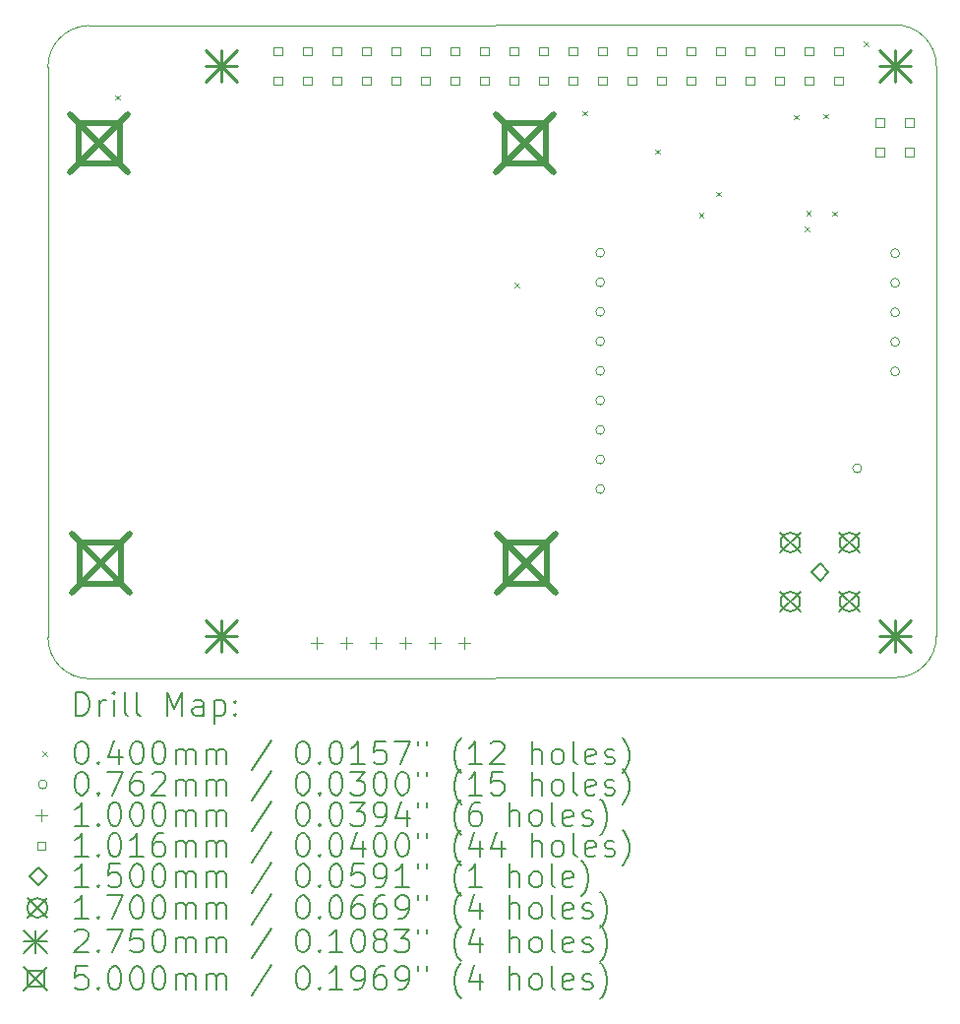
<source format=gbr>
%TF.GenerationSoftware,KiCad,Pcbnew,7.0.2-0*%
%TF.CreationDate,2024-03-08T21:59:18-08:00*%
%TF.ProjectId,New Groundstation,4e657720-4772-46f7-956e-647374617469,rev?*%
%TF.SameCoordinates,Original*%
%TF.FileFunction,Drillmap*%
%TF.FilePolarity,Positive*%
%FSLAX45Y45*%
G04 Gerber Fmt 4.5, Leading zero omitted, Abs format (unit mm)*
G04 Created by KiCad (PCBNEW 7.0.2-0) date 2024-03-08 21:59:18*
%MOMM*%
%LPD*%
G01*
G04 APERTURE LIST*
%ADD10C,0.100000*%
%ADD11C,0.200000*%
%ADD12C,0.040000*%
%ADD13C,0.076200*%
%ADD14C,0.101600*%
%ADD15C,0.150000*%
%ADD16C,0.170000*%
%ADD17C,0.275000*%
%ADD18C,0.500000*%
G04 APERTURE END LIST*
D10*
X9643047Y-12131053D02*
G75*
G03*
X9998641Y-12486653I355603J3D01*
G01*
X9642363Y-12131608D02*
X9642363Y-7229408D01*
X16935394Y-6864389D02*
X9988494Y-6870700D01*
X16935394Y-12477794D02*
G75*
G03*
X17290994Y-12122189I-4J355604D01*
G01*
X17290994Y-7219989D02*
X17290994Y-12122189D01*
X9988494Y-6870701D02*
G75*
G03*
X9642363Y-7229408I12806J-358709D01*
G01*
X17290991Y-7219989D02*
G75*
G03*
X16935394Y-6864389I-355601J-1D01*
G01*
X16935394Y-12477789D02*
X9998641Y-12486653D01*
D11*
D12*
X10225034Y-7467920D02*
X10265034Y-7507920D01*
X10265034Y-7467920D02*
X10225034Y-7507920D01*
X13661654Y-9080820D02*
X13701654Y-9120820D01*
X13701654Y-9080820D02*
X13661654Y-9120820D01*
X14245854Y-7605080D02*
X14285854Y-7645080D01*
X14285854Y-7605080D02*
X14245854Y-7645080D01*
X14873234Y-7935280D02*
X14913234Y-7975280D01*
X14913234Y-7935280D02*
X14873234Y-7975280D01*
X15246614Y-8481380D02*
X15286614Y-8521380D01*
X15286614Y-8481380D02*
X15246614Y-8521380D01*
X15395895Y-8299079D02*
X15435895Y-8339079D01*
X15435895Y-8299079D02*
X15395895Y-8339079D01*
X16066181Y-7638100D02*
X16106181Y-7678100D01*
X16106181Y-7638100D02*
X16066181Y-7678100D01*
X16156762Y-8599684D02*
X16196762Y-8639684D01*
X16196762Y-8599684D02*
X16156762Y-8639684D01*
X16171174Y-8461060D02*
X16211174Y-8501060D01*
X16211174Y-8461060D02*
X16171174Y-8501060D01*
X16321034Y-7630480D02*
X16361034Y-7670480D01*
X16361034Y-7630480D02*
X16321034Y-7670480D01*
X16394694Y-8468680D02*
X16434694Y-8508680D01*
X16434694Y-8468680D02*
X16394694Y-8508680D01*
X16666474Y-7008180D02*
X16706474Y-7048180D01*
X16706474Y-7008180D02*
X16666474Y-7048180D01*
D13*
X14435557Y-8823723D02*
G75*
G03*
X14435557Y-8823723I-38100J0D01*
G01*
X14435557Y-9077723D02*
G75*
G03*
X14435557Y-9077723I-38100J0D01*
G01*
X14435557Y-9331723D02*
G75*
G03*
X14435557Y-9331723I-38100J0D01*
G01*
X14435557Y-9585723D02*
G75*
G03*
X14435557Y-9585723I-38100J0D01*
G01*
X14435557Y-9839723D02*
G75*
G03*
X14435557Y-9839723I-38100J0D01*
G01*
X14435557Y-10093723D02*
G75*
G03*
X14435557Y-10093723I-38100J0D01*
G01*
X14435557Y-10347723D02*
G75*
G03*
X14435557Y-10347723I-38100J0D01*
G01*
X14435557Y-10601723D02*
G75*
G03*
X14435557Y-10601723I-38100J0D01*
G01*
X14435557Y-10855723D02*
G75*
G03*
X14435557Y-10855723I-38100J0D01*
G01*
X16646630Y-10678077D02*
G75*
G03*
X16646630Y-10678077I-38100J0D01*
G01*
X16974290Y-8828957D02*
G75*
G03*
X16974290Y-8828957I-38100J0D01*
G01*
X16974290Y-9082957D02*
G75*
G03*
X16974290Y-9082957I-38100J0D01*
G01*
X16974290Y-9336957D02*
G75*
G03*
X16974290Y-9336957I-38100J0D01*
G01*
X16974290Y-9590957D02*
G75*
G03*
X16974290Y-9590957I-38100J0D01*
G01*
X16974290Y-9844957D02*
G75*
G03*
X16974290Y-9844957I-38100J0D01*
G01*
D10*
X11956994Y-12129300D02*
X11956994Y-12229300D01*
X11906994Y-12179300D02*
X12006994Y-12179300D01*
X12210994Y-12129300D02*
X12210994Y-12229300D01*
X12160994Y-12179300D02*
X12260994Y-12179300D01*
X12464994Y-12129300D02*
X12464994Y-12229300D01*
X12414994Y-12179300D02*
X12514994Y-12179300D01*
X12718994Y-12129300D02*
X12718994Y-12229300D01*
X12668994Y-12179300D02*
X12768994Y-12179300D01*
X12972994Y-12129300D02*
X12972994Y-12229300D01*
X12922994Y-12179300D02*
X13022994Y-12179300D01*
X13226994Y-12129300D02*
X13226994Y-12229300D01*
X13176994Y-12179300D02*
X13276994Y-12179300D01*
D14*
X11658315Y-7128910D02*
X11658315Y-7057067D01*
X11586472Y-7057067D01*
X11586472Y-7128910D01*
X11658315Y-7128910D01*
X11658315Y-7382910D02*
X11658315Y-7311067D01*
X11586472Y-7311067D01*
X11586472Y-7382910D01*
X11658315Y-7382910D01*
X11912315Y-7128910D02*
X11912315Y-7057067D01*
X11840472Y-7057067D01*
X11840472Y-7128910D01*
X11912315Y-7128910D01*
X11912315Y-7382910D02*
X11912315Y-7311067D01*
X11840472Y-7311067D01*
X11840472Y-7382910D01*
X11912315Y-7382910D01*
X12166315Y-7128910D02*
X12166315Y-7057067D01*
X12094472Y-7057067D01*
X12094472Y-7128910D01*
X12166315Y-7128910D01*
X12166315Y-7382910D02*
X12166315Y-7311067D01*
X12094472Y-7311067D01*
X12094472Y-7382910D01*
X12166315Y-7382910D01*
X12420315Y-7128910D02*
X12420315Y-7057067D01*
X12348472Y-7057067D01*
X12348472Y-7128910D01*
X12420315Y-7128910D01*
X12420315Y-7382910D02*
X12420315Y-7311067D01*
X12348472Y-7311067D01*
X12348472Y-7382910D01*
X12420315Y-7382910D01*
X12674315Y-7128910D02*
X12674315Y-7057067D01*
X12602472Y-7057067D01*
X12602472Y-7128910D01*
X12674315Y-7128910D01*
X12674315Y-7382910D02*
X12674315Y-7311067D01*
X12602472Y-7311067D01*
X12602472Y-7382910D01*
X12674315Y-7382910D01*
X12928315Y-7128910D02*
X12928315Y-7057067D01*
X12856472Y-7057067D01*
X12856472Y-7128910D01*
X12928315Y-7128910D01*
X12928315Y-7382910D02*
X12928315Y-7311067D01*
X12856472Y-7311067D01*
X12856472Y-7382910D01*
X12928315Y-7382910D01*
X13182315Y-7128910D02*
X13182315Y-7057067D01*
X13110472Y-7057067D01*
X13110472Y-7128910D01*
X13182315Y-7128910D01*
X13182315Y-7382910D02*
X13182315Y-7311067D01*
X13110472Y-7311067D01*
X13110472Y-7382910D01*
X13182315Y-7382910D01*
X13436315Y-7128910D02*
X13436315Y-7057067D01*
X13364472Y-7057067D01*
X13364472Y-7128910D01*
X13436315Y-7128910D01*
X13436315Y-7382910D02*
X13436315Y-7311067D01*
X13364472Y-7311067D01*
X13364472Y-7382910D01*
X13436315Y-7382910D01*
X13690315Y-7128910D02*
X13690315Y-7057067D01*
X13618472Y-7057067D01*
X13618472Y-7128910D01*
X13690315Y-7128910D01*
X13690315Y-7382910D02*
X13690315Y-7311067D01*
X13618472Y-7311067D01*
X13618472Y-7382910D01*
X13690315Y-7382910D01*
X13944315Y-7128910D02*
X13944315Y-7057067D01*
X13872472Y-7057067D01*
X13872472Y-7128910D01*
X13944315Y-7128910D01*
X13944315Y-7382910D02*
X13944315Y-7311067D01*
X13872472Y-7311067D01*
X13872472Y-7382910D01*
X13944315Y-7382910D01*
X14198315Y-7128910D02*
X14198315Y-7057067D01*
X14126472Y-7057067D01*
X14126472Y-7128910D01*
X14198315Y-7128910D01*
X14198315Y-7382910D02*
X14198315Y-7311067D01*
X14126472Y-7311067D01*
X14126472Y-7382910D01*
X14198315Y-7382910D01*
X14452315Y-7128910D02*
X14452315Y-7057067D01*
X14380472Y-7057067D01*
X14380472Y-7128910D01*
X14452315Y-7128910D01*
X14452315Y-7382910D02*
X14452315Y-7311067D01*
X14380472Y-7311067D01*
X14380472Y-7382910D01*
X14452315Y-7382910D01*
X14706315Y-7128910D02*
X14706315Y-7057067D01*
X14634472Y-7057067D01*
X14634472Y-7128910D01*
X14706315Y-7128910D01*
X14706315Y-7382910D02*
X14706315Y-7311067D01*
X14634472Y-7311067D01*
X14634472Y-7382910D01*
X14706315Y-7382910D01*
X14960315Y-7128910D02*
X14960315Y-7057067D01*
X14888472Y-7057067D01*
X14888472Y-7128910D01*
X14960315Y-7128910D01*
X14960315Y-7382910D02*
X14960315Y-7311067D01*
X14888472Y-7311067D01*
X14888472Y-7382910D01*
X14960315Y-7382910D01*
X15214315Y-7128910D02*
X15214315Y-7057067D01*
X15142472Y-7057067D01*
X15142472Y-7128910D01*
X15214315Y-7128910D01*
X15214315Y-7382910D02*
X15214315Y-7311067D01*
X15142472Y-7311067D01*
X15142472Y-7382910D01*
X15214315Y-7382910D01*
X15468315Y-7128910D02*
X15468315Y-7057067D01*
X15396472Y-7057067D01*
X15396472Y-7128910D01*
X15468315Y-7128910D01*
X15468315Y-7382910D02*
X15468315Y-7311067D01*
X15396472Y-7311067D01*
X15396472Y-7382910D01*
X15468315Y-7382910D01*
X15722315Y-7128910D02*
X15722315Y-7057067D01*
X15650472Y-7057067D01*
X15650472Y-7128910D01*
X15722315Y-7128910D01*
X15722315Y-7382910D02*
X15722315Y-7311067D01*
X15650472Y-7311067D01*
X15650472Y-7382910D01*
X15722315Y-7382910D01*
X15976315Y-7128910D02*
X15976315Y-7057067D01*
X15904472Y-7057067D01*
X15904472Y-7128910D01*
X15976315Y-7128910D01*
X15976315Y-7382910D02*
X15976315Y-7311067D01*
X15904472Y-7311067D01*
X15904472Y-7382910D01*
X15976315Y-7382910D01*
X16230315Y-7128910D02*
X16230315Y-7057067D01*
X16158472Y-7057067D01*
X16158472Y-7128910D01*
X16230315Y-7128910D01*
X16230315Y-7382910D02*
X16230315Y-7311067D01*
X16158472Y-7311067D01*
X16158472Y-7382910D01*
X16230315Y-7382910D01*
X16484315Y-7128910D02*
X16484315Y-7057067D01*
X16412472Y-7057067D01*
X16412472Y-7128910D01*
X16484315Y-7128910D01*
X16484315Y-7382910D02*
X16484315Y-7311067D01*
X16412472Y-7311067D01*
X16412472Y-7382910D01*
X16484315Y-7382910D01*
X16840315Y-7741210D02*
X16840315Y-7669367D01*
X16768472Y-7669367D01*
X16768472Y-7741210D01*
X16840315Y-7741210D01*
X16840315Y-7995210D02*
X16840315Y-7923367D01*
X16768472Y-7923367D01*
X16768472Y-7995210D01*
X16840315Y-7995210D01*
X17094315Y-7741210D02*
X17094315Y-7669367D01*
X17022472Y-7669367D01*
X17022472Y-7741210D01*
X17094315Y-7741210D01*
X17094315Y-7995210D02*
X17094315Y-7923367D01*
X17022472Y-7923367D01*
X17022472Y-7995210D01*
X17094315Y-7995210D01*
D15*
X16287694Y-11644700D02*
X16362694Y-11569700D01*
X16287694Y-11494700D01*
X16212694Y-11569700D01*
X16287694Y-11644700D01*
D16*
X15948694Y-11230700D02*
X16118694Y-11400700D01*
X16118694Y-11230700D02*
X15948694Y-11400700D01*
X16118694Y-11315700D02*
G75*
G03*
X16118694Y-11315700I-85000J0D01*
G01*
X15948694Y-11738700D02*
X16118694Y-11908700D01*
X16118694Y-11738700D02*
X15948694Y-11908700D01*
X16118694Y-11823700D02*
G75*
G03*
X16118694Y-11823700I-85000J0D01*
G01*
X16456694Y-11230700D02*
X16626694Y-11400700D01*
X16626694Y-11230700D02*
X16456694Y-11400700D01*
X16626694Y-11315700D02*
G75*
G03*
X16626694Y-11315700I-85000J0D01*
G01*
X16456694Y-11738700D02*
X16626694Y-11908700D01*
X16626694Y-11738700D02*
X16456694Y-11908700D01*
X16626694Y-11823700D02*
G75*
G03*
X16626694Y-11823700I-85000J0D01*
G01*
D17*
X10997894Y-7082489D02*
X11272894Y-7357489D01*
X11272894Y-7082489D02*
X10997894Y-7357489D01*
X11135394Y-7082489D02*
X11135394Y-7357489D01*
X10997894Y-7219989D02*
X11272894Y-7219989D01*
X10997894Y-11982489D02*
X11272894Y-12257489D01*
X11272894Y-11982489D02*
X10997894Y-12257489D01*
X11135394Y-11982489D02*
X11135394Y-12257489D01*
X10997894Y-12119989D02*
X11272894Y-12119989D01*
X16797894Y-7082489D02*
X17072894Y-7357489D01*
X17072894Y-7082489D02*
X16797894Y-7357489D01*
X16935394Y-7082489D02*
X16935394Y-7357489D01*
X16797894Y-7219989D02*
X17072894Y-7219989D01*
X16797894Y-11982489D02*
X17072894Y-12257489D01*
X17072894Y-11982489D02*
X16797894Y-12257489D01*
X16935394Y-11982489D02*
X16935394Y-12257489D01*
X16797894Y-12119989D02*
X17072894Y-12119989D01*
D18*
X9835394Y-7633500D02*
X10335394Y-8133500D01*
X10335394Y-7633500D02*
X9835394Y-8133500D01*
X10262172Y-8060278D02*
X10262172Y-7706722D01*
X9908615Y-7706722D01*
X9908615Y-8060278D01*
X10262172Y-8060278D01*
X9845394Y-11243500D02*
X10345394Y-11743500D01*
X10345394Y-11243500D02*
X9845394Y-11743500D01*
X10272172Y-11670278D02*
X10272172Y-11316722D01*
X9918615Y-11316722D01*
X9918615Y-11670278D01*
X10272172Y-11670278D01*
X13500394Y-7633500D02*
X14000394Y-8133500D01*
X14000394Y-7633500D02*
X13500394Y-8133500D01*
X13927172Y-8060278D02*
X13927172Y-7706722D01*
X13573615Y-7706722D01*
X13573615Y-8060278D01*
X13927172Y-8060278D01*
X13510394Y-11243500D02*
X14010394Y-11743500D01*
X14010394Y-11243500D02*
X13510394Y-11743500D01*
X13937172Y-11670278D02*
X13937172Y-11316722D01*
X13583615Y-11316722D01*
X13583615Y-11670278D01*
X13937172Y-11670278D01*
D11*
X9884982Y-12804177D02*
X9884982Y-12604177D01*
X9884982Y-12604177D02*
X9932601Y-12604177D01*
X9932601Y-12604177D02*
X9961172Y-12613700D01*
X9961172Y-12613700D02*
X9980220Y-12632748D01*
X9980220Y-12632748D02*
X9989744Y-12651796D01*
X9989744Y-12651796D02*
X9999267Y-12689891D01*
X9999267Y-12689891D02*
X9999267Y-12718462D01*
X9999267Y-12718462D02*
X9989744Y-12756557D01*
X9989744Y-12756557D02*
X9980220Y-12775605D01*
X9980220Y-12775605D02*
X9961172Y-12794653D01*
X9961172Y-12794653D02*
X9932601Y-12804177D01*
X9932601Y-12804177D02*
X9884982Y-12804177D01*
X10084982Y-12804177D02*
X10084982Y-12670843D01*
X10084982Y-12708938D02*
X10094506Y-12689891D01*
X10094506Y-12689891D02*
X10104029Y-12680367D01*
X10104029Y-12680367D02*
X10123077Y-12670843D01*
X10123077Y-12670843D02*
X10142125Y-12670843D01*
X10208791Y-12804177D02*
X10208791Y-12670843D01*
X10208791Y-12604177D02*
X10199267Y-12613700D01*
X10199267Y-12613700D02*
X10208791Y-12623224D01*
X10208791Y-12623224D02*
X10218315Y-12613700D01*
X10218315Y-12613700D02*
X10208791Y-12604177D01*
X10208791Y-12604177D02*
X10208791Y-12623224D01*
X10332601Y-12804177D02*
X10313553Y-12794653D01*
X10313553Y-12794653D02*
X10304029Y-12775605D01*
X10304029Y-12775605D02*
X10304029Y-12604177D01*
X10437363Y-12804177D02*
X10418315Y-12794653D01*
X10418315Y-12794653D02*
X10408791Y-12775605D01*
X10408791Y-12775605D02*
X10408791Y-12604177D01*
X10665934Y-12804177D02*
X10665934Y-12604177D01*
X10665934Y-12604177D02*
X10732601Y-12747034D01*
X10732601Y-12747034D02*
X10799267Y-12604177D01*
X10799267Y-12604177D02*
X10799267Y-12804177D01*
X10980220Y-12804177D02*
X10980220Y-12699415D01*
X10980220Y-12699415D02*
X10970696Y-12680367D01*
X10970696Y-12680367D02*
X10951648Y-12670843D01*
X10951648Y-12670843D02*
X10913553Y-12670843D01*
X10913553Y-12670843D02*
X10894506Y-12680367D01*
X10980220Y-12794653D02*
X10961172Y-12804177D01*
X10961172Y-12804177D02*
X10913553Y-12804177D01*
X10913553Y-12804177D02*
X10894506Y-12794653D01*
X10894506Y-12794653D02*
X10884982Y-12775605D01*
X10884982Y-12775605D02*
X10884982Y-12756557D01*
X10884982Y-12756557D02*
X10894506Y-12737510D01*
X10894506Y-12737510D02*
X10913553Y-12727986D01*
X10913553Y-12727986D02*
X10961172Y-12727986D01*
X10961172Y-12727986D02*
X10980220Y-12718462D01*
X11075458Y-12670843D02*
X11075458Y-12870843D01*
X11075458Y-12680367D02*
X11094506Y-12670843D01*
X11094506Y-12670843D02*
X11132601Y-12670843D01*
X11132601Y-12670843D02*
X11151648Y-12680367D01*
X11151648Y-12680367D02*
X11161172Y-12689891D01*
X11161172Y-12689891D02*
X11170696Y-12708938D01*
X11170696Y-12708938D02*
X11170696Y-12766081D01*
X11170696Y-12766081D02*
X11161172Y-12785129D01*
X11161172Y-12785129D02*
X11151648Y-12794653D01*
X11151648Y-12794653D02*
X11132601Y-12804177D01*
X11132601Y-12804177D02*
X11094506Y-12804177D01*
X11094506Y-12804177D02*
X11075458Y-12794653D01*
X11256410Y-12785129D02*
X11265934Y-12794653D01*
X11265934Y-12794653D02*
X11256410Y-12804177D01*
X11256410Y-12804177D02*
X11246886Y-12794653D01*
X11246886Y-12794653D02*
X11256410Y-12785129D01*
X11256410Y-12785129D02*
X11256410Y-12804177D01*
X11256410Y-12680367D02*
X11265934Y-12689891D01*
X11265934Y-12689891D02*
X11256410Y-12699415D01*
X11256410Y-12699415D02*
X11246886Y-12689891D01*
X11246886Y-12689891D02*
X11256410Y-12680367D01*
X11256410Y-12680367D02*
X11256410Y-12699415D01*
D12*
X9597363Y-13111653D02*
X9637363Y-13151653D01*
X9637363Y-13111653D02*
X9597363Y-13151653D01*
D11*
X9923077Y-13024177D02*
X9942125Y-13024177D01*
X9942125Y-13024177D02*
X9961172Y-13033700D01*
X9961172Y-13033700D02*
X9970696Y-13043224D01*
X9970696Y-13043224D02*
X9980220Y-13062272D01*
X9980220Y-13062272D02*
X9989744Y-13100367D01*
X9989744Y-13100367D02*
X9989744Y-13147986D01*
X9989744Y-13147986D02*
X9980220Y-13186081D01*
X9980220Y-13186081D02*
X9970696Y-13205129D01*
X9970696Y-13205129D02*
X9961172Y-13214653D01*
X9961172Y-13214653D02*
X9942125Y-13224177D01*
X9942125Y-13224177D02*
X9923077Y-13224177D01*
X9923077Y-13224177D02*
X9904029Y-13214653D01*
X9904029Y-13214653D02*
X9894506Y-13205129D01*
X9894506Y-13205129D02*
X9884982Y-13186081D01*
X9884982Y-13186081D02*
X9875458Y-13147986D01*
X9875458Y-13147986D02*
X9875458Y-13100367D01*
X9875458Y-13100367D02*
X9884982Y-13062272D01*
X9884982Y-13062272D02*
X9894506Y-13043224D01*
X9894506Y-13043224D02*
X9904029Y-13033700D01*
X9904029Y-13033700D02*
X9923077Y-13024177D01*
X10075458Y-13205129D02*
X10084982Y-13214653D01*
X10084982Y-13214653D02*
X10075458Y-13224177D01*
X10075458Y-13224177D02*
X10065934Y-13214653D01*
X10065934Y-13214653D02*
X10075458Y-13205129D01*
X10075458Y-13205129D02*
X10075458Y-13224177D01*
X10256410Y-13090843D02*
X10256410Y-13224177D01*
X10208791Y-13014653D02*
X10161172Y-13157510D01*
X10161172Y-13157510D02*
X10284982Y-13157510D01*
X10399267Y-13024177D02*
X10418315Y-13024177D01*
X10418315Y-13024177D02*
X10437363Y-13033700D01*
X10437363Y-13033700D02*
X10446887Y-13043224D01*
X10446887Y-13043224D02*
X10456410Y-13062272D01*
X10456410Y-13062272D02*
X10465934Y-13100367D01*
X10465934Y-13100367D02*
X10465934Y-13147986D01*
X10465934Y-13147986D02*
X10456410Y-13186081D01*
X10456410Y-13186081D02*
X10446887Y-13205129D01*
X10446887Y-13205129D02*
X10437363Y-13214653D01*
X10437363Y-13214653D02*
X10418315Y-13224177D01*
X10418315Y-13224177D02*
X10399267Y-13224177D01*
X10399267Y-13224177D02*
X10380220Y-13214653D01*
X10380220Y-13214653D02*
X10370696Y-13205129D01*
X10370696Y-13205129D02*
X10361172Y-13186081D01*
X10361172Y-13186081D02*
X10351648Y-13147986D01*
X10351648Y-13147986D02*
X10351648Y-13100367D01*
X10351648Y-13100367D02*
X10361172Y-13062272D01*
X10361172Y-13062272D02*
X10370696Y-13043224D01*
X10370696Y-13043224D02*
X10380220Y-13033700D01*
X10380220Y-13033700D02*
X10399267Y-13024177D01*
X10589744Y-13024177D02*
X10608791Y-13024177D01*
X10608791Y-13024177D02*
X10627839Y-13033700D01*
X10627839Y-13033700D02*
X10637363Y-13043224D01*
X10637363Y-13043224D02*
X10646887Y-13062272D01*
X10646887Y-13062272D02*
X10656410Y-13100367D01*
X10656410Y-13100367D02*
X10656410Y-13147986D01*
X10656410Y-13147986D02*
X10646887Y-13186081D01*
X10646887Y-13186081D02*
X10637363Y-13205129D01*
X10637363Y-13205129D02*
X10627839Y-13214653D01*
X10627839Y-13214653D02*
X10608791Y-13224177D01*
X10608791Y-13224177D02*
X10589744Y-13224177D01*
X10589744Y-13224177D02*
X10570696Y-13214653D01*
X10570696Y-13214653D02*
X10561172Y-13205129D01*
X10561172Y-13205129D02*
X10551648Y-13186081D01*
X10551648Y-13186081D02*
X10542125Y-13147986D01*
X10542125Y-13147986D02*
X10542125Y-13100367D01*
X10542125Y-13100367D02*
X10551648Y-13062272D01*
X10551648Y-13062272D02*
X10561172Y-13043224D01*
X10561172Y-13043224D02*
X10570696Y-13033700D01*
X10570696Y-13033700D02*
X10589744Y-13024177D01*
X10742125Y-13224177D02*
X10742125Y-13090843D01*
X10742125Y-13109891D02*
X10751648Y-13100367D01*
X10751648Y-13100367D02*
X10770696Y-13090843D01*
X10770696Y-13090843D02*
X10799268Y-13090843D01*
X10799268Y-13090843D02*
X10818315Y-13100367D01*
X10818315Y-13100367D02*
X10827839Y-13119415D01*
X10827839Y-13119415D02*
X10827839Y-13224177D01*
X10827839Y-13119415D02*
X10837363Y-13100367D01*
X10837363Y-13100367D02*
X10856410Y-13090843D01*
X10856410Y-13090843D02*
X10884982Y-13090843D01*
X10884982Y-13090843D02*
X10904029Y-13100367D01*
X10904029Y-13100367D02*
X10913553Y-13119415D01*
X10913553Y-13119415D02*
X10913553Y-13224177D01*
X11008791Y-13224177D02*
X11008791Y-13090843D01*
X11008791Y-13109891D02*
X11018315Y-13100367D01*
X11018315Y-13100367D02*
X11037363Y-13090843D01*
X11037363Y-13090843D02*
X11065934Y-13090843D01*
X11065934Y-13090843D02*
X11084982Y-13100367D01*
X11084982Y-13100367D02*
X11094506Y-13119415D01*
X11094506Y-13119415D02*
X11094506Y-13224177D01*
X11094506Y-13119415D02*
X11104029Y-13100367D01*
X11104029Y-13100367D02*
X11123077Y-13090843D01*
X11123077Y-13090843D02*
X11151648Y-13090843D01*
X11151648Y-13090843D02*
X11170696Y-13100367D01*
X11170696Y-13100367D02*
X11180220Y-13119415D01*
X11180220Y-13119415D02*
X11180220Y-13224177D01*
X11570696Y-13014653D02*
X11399268Y-13271796D01*
X11827839Y-13024177D02*
X11846887Y-13024177D01*
X11846887Y-13024177D02*
X11865934Y-13033700D01*
X11865934Y-13033700D02*
X11875458Y-13043224D01*
X11875458Y-13043224D02*
X11884982Y-13062272D01*
X11884982Y-13062272D02*
X11894506Y-13100367D01*
X11894506Y-13100367D02*
X11894506Y-13147986D01*
X11894506Y-13147986D02*
X11884982Y-13186081D01*
X11884982Y-13186081D02*
X11875458Y-13205129D01*
X11875458Y-13205129D02*
X11865934Y-13214653D01*
X11865934Y-13214653D02*
X11846887Y-13224177D01*
X11846887Y-13224177D02*
X11827839Y-13224177D01*
X11827839Y-13224177D02*
X11808791Y-13214653D01*
X11808791Y-13214653D02*
X11799268Y-13205129D01*
X11799268Y-13205129D02*
X11789744Y-13186081D01*
X11789744Y-13186081D02*
X11780220Y-13147986D01*
X11780220Y-13147986D02*
X11780220Y-13100367D01*
X11780220Y-13100367D02*
X11789744Y-13062272D01*
X11789744Y-13062272D02*
X11799268Y-13043224D01*
X11799268Y-13043224D02*
X11808791Y-13033700D01*
X11808791Y-13033700D02*
X11827839Y-13024177D01*
X11980220Y-13205129D02*
X11989744Y-13214653D01*
X11989744Y-13214653D02*
X11980220Y-13224177D01*
X11980220Y-13224177D02*
X11970696Y-13214653D01*
X11970696Y-13214653D02*
X11980220Y-13205129D01*
X11980220Y-13205129D02*
X11980220Y-13224177D01*
X12113553Y-13024177D02*
X12132601Y-13024177D01*
X12132601Y-13024177D02*
X12151649Y-13033700D01*
X12151649Y-13033700D02*
X12161172Y-13043224D01*
X12161172Y-13043224D02*
X12170696Y-13062272D01*
X12170696Y-13062272D02*
X12180220Y-13100367D01*
X12180220Y-13100367D02*
X12180220Y-13147986D01*
X12180220Y-13147986D02*
X12170696Y-13186081D01*
X12170696Y-13186081D02*
X12161172Y-13205129D01*
X12161172Y-13205129D02*
X12151649Y-13214653D01*
X12151649Y-13214653D02*
X12132601Y-13224177D01*
X12132601Y-13224177D02*
X12113553Y-13224177D01*
X12113553Y-13224177D02*
X12094506Y-13214653D01*
X12094506Y-13214653D02*
X12084982Y-13205129D01*
X12084982Y-13205129D02*
X12075458Y-13186081D01*
X12075458Y-13186081D02*
X12065934Y-13147986D01*
X12065934Y-13147986D02*
X12065934Y-13100367D01*
X12065934Y-13100367D02*
X12075458Y-13062272D01*
X12075458Y-13062272D02*
X12084982Y-13043224D01*
X12084982Y-13043224D02*
X12094506Y-13033700D01*
X12094506Y-13033700D02*
X12113553Y-13024177D01*
X12370696Y-13224177D02*
X12256410Y-13224177D01*
X12313553Y-13224177D02*
X12313553Y-13024177D01*
X12313553Y-13024177D02*
X12294506Y-13052748D01*
X12294506Y-13052748D02*
X12275458Y-13071796D01*
X12275458Y-13071796D02*
X12256410Y-13081319D01*
X12551649Y-13024177D02*
X12456410Y-13024177D01*
X12456410Y-13024177D02*
X12446887Y-13119415D01*
X12446887Y-13119415D02*
X12456410Y-13109891D01*
X12456410Y-13109891D02*
X12475458Y-13100367D01*
X12475458Y-13100367D02*
X12523077Y-13100367D01*
X12523077Y-13100367D02*
X12542125Y-13109891D01*
X12542125Y-13109891D02*
X12551649Y-13119415D01*
X12551649Y-13119415D02*
X12561172Y-13138462D01*
X12561172Y-13138462D02*
X12561172Y-13186081D01*
X12561172Y-13186081D02*
X12551649Y-13205129D01*
X12551649Y-13205129D02*
X12542125Y-13214653D01*
X12542125Y-13214653D02*
X12523077Y-13224177D01*
X12523077Y-13224177D02*
X12475458Y-13224177D01*
X12475458Y-13224177D02*
X12456410Y-13214653D01*
X12456410Y-13214653D02*
X12446887Y-13205129D01*
X12627839Y-13024177D02*
X12761172Y-13024177D01*
X12761172Y-13024177D02*
X12675458Y-13224177D01*
X12827839Y-13024177D02*
X12827839Y-13062272D01*
X12904030Y-13024177D02*
X12904030Y-13062272D01*
X13199268Y-13300367D02*
X13189744Y-13290843D01*
X13189744Y-13290843D02*
X13170696Y-13262272D01*
X13170696Y-13262272D02*
X13161172Y-13243224D01*
X13161172Y-13243224D02*
X13151649Y-13214653D01*
X13151649Y-13214653D02*
X13142125Y-13167034D01*
X13142125Y-13167034D02*
X13142125Y-13128938D01*
X13142125Y-13128938D02*
X13151649Y-13081319D01*
X13151649Y-13081319D02*
X13161172Y-13052748D01*
X13161172Y-13052748D02*
X13170696Y-13033700D01*
X13170696Y-13033700D02*
X13189744Y-13005129D01*
X13189744Y-13005129D02*
X13199268Y-12995605D01*
X13380220Y-13224177D02*
X13265934Y-13224177D01*
X13323077Y-13224177D02*
X13323077Y-13024177D01*
X13323077Y-13024177D02*
X13304030Y-13052748D01*
X13304030Y-13052748D02*
X13284982Y-13071796D01*
X13284982Y-13071796D02*
X13265934Y-13081319D01*
X13456411Y-13043224D02*
X13465934Y-13033700D01*
X13465934Y-13033700D02*
X13484982Y-13024177D01*
X13484982Y-13024177D02*
X13532601Y-13024177D01*
X13532601Y-13024177D02*
X13551649Y-13033700D01*
X13551649Y-13033700D02*
X13561172Y-13043224D01*
X13561172Y-13043224D02*
X13570696Y-13062272D01*
X13570696Y-13062272D02*
X13570696Y-13081319D01*
X13570696Y-13081319D02*
X13561172Y-13109891D01*
X13561172Y-13109891D02*
X13446887Y-13224177D01*
X13446887Y-13224177D02*
X13570696Y-13224177D01*
X13808792Y-13224177D02*
X13808792Y-13024177D01*
X13894506Y-13224177D02*
X13894506Y-13119415D01*
X13894506Y-13119415D02*
X13884982Y-13100367D01*
X13884982Y-13100367D02*
X13865934Y-13090843D01*
X13865934Y-13090843D02*
X13837363Y-13090843D01*
X13837363Y-13090843D02*
X13818315Y-13100367D01*
X13818315Y-13100367D02*
X13808792Y-13109891D01*
X14018315Y-13224177D02*
X13999268Y-13214653D01*
X13999268Y-13214653D02*
X13989744Y-13205129D01*
X13989744Y-13205129D02*
X13980220Y-13186081D01*
X13980220Y-13186081D02*
X13980220Y-13128938D01*
X13980220Y-13128938D02*
X13989744Y-13109891D01*
X13989744Y-13109891D02*
X13999268Y-13100367D01*
X13999268Y-13100367D02*
X14018315Y-13090843D01*
X14018315Y-13090843D02*
X14046887Y-13090843D01*
X14046887Y-13090843D02*
X14065934Y-13100367D01*
X14065934Y-13100367D02*
X14075458Y-13109891D01*
X14075458Y-13109891D02*
X14084982Y-13128938D01*
X14084982Y-13128938D02*
X14084982Y-13186081D01*
X14084982Y-13186081D02*
X14075458Y-13205129D01*
X14075458Y-13205129D02*
X14065934Y-13214653D01*
X14065934Y-13214653D02*
X14046887Y-13224177D01*
X14046887Y-13224177D02*
X14018315Y-13224177D01*
X14199268Y-13224177D02*
X14180220Y-13214653D01*
X14180220Y-13214653D02*
X14170696Y-13195605D01*
X14170696Y-13195605D02*
X14170696Y-13024177D01*
X14351649Y-13214653D02*
X14332601Y-13224177D01*
X14332601Y-13224177D02*
X14294506Y-13224177D01*
X14294506Y-13224177D02*
X14275458Y-13214653D01*
X14275458Y-13214653D02*
X14265934Y-13195605D01*
X14265934Y-13195605D02*
X14265934Y-13119415D01*
X14265934Y-13119415D02*
X14275458Y-13100367D01*
X14275458Y-13100367D02*
X14294506Y-13090843D01*
X14294506Y-13090843D02*
X14332601Y-13090843D01*
X14332601Y-13090843D02*
X14351649Y-13100367D01*
X14351649Y-13100367D02*
X14361173Y-13119415D01*
X14361173Y-13119415D02*
X14361173Y-13138462D01*
X14361173Y-13138462D02*
X14265934Y-13157510D01*
X14437363Y-13214653D02*
X14456411Y-13224177D01*
X14456411Y-13224177D02*
X14494506Y-13224177D01*
X14494506Y-13224177D02*
X14513554Y-13214653D01*
X14513554Y-13214653D02*
X14523077Y-13195605D01*
X14523077Y-13195605D02*
X14523077Y-13186081D01*
X14523077Y-13186081D02*
X14513554Y-13167034D01*
X14513554Y-13167034D02*
X14494506Y-13157510D01*
X14494506Y-13157510D02*
X14465934Y-13157510D01*
X14465934Y-13157510D02*
X14446887Y-13147986D01*
X14446887Y-13147986D02*
X14437363Y-13128938D01*
X14437363Y-13128938D02*
X14437363Y-13119415D01*
X14437363Y-13119415D02*
X14446887Y-13100367D01*
X14446887Y-13100367D02*
X14465934Y-13090843D01*
X14465934Y-13090843D02*
X14494506Y-13090843D01*
X14494506Y-13090843D02*
X14513554Y-13100367D01*
X14589744Y-13300367D02*
X14599268Y-13290843D01*
X14599268Y-13290843D02*
X14618315Y-13262272D01*
X14618315Y-13262272D02*
X14627839Y-13243224D01*
X14627839Y-13243224D02*
X14637363Y-13214653D01*
X14637363Y-13214653D02*
X14646887Y-13167034D01*
X14646887Y-13167034D02*
X14646887Y-13128938D01*
X14646887Y-13128938D02*
X14637363Y-13081319D01*
X14637363Y-13081319D02*
X14627839Y-13052748D01*
X14627839Y-13052748D02*
X14618315Y-13033700D01*
X14618315Y-13033700D02*
X14599268Y-13005129D01*
X14599268Y-13005129D02*
X14589744Y-12995605D01*
D13*
X9637363Y-13395653D02*
G75*
G03*
X9637363Y-13395653I-38100J0D01*
G01*
D11*
X9923077Y-13288177D02*
X9942125Y-13288177D01*
X9942125Y-13288177D02*
X9961172Y-13297700D01*
X9961172Y-13297700D02*
X9970696Y-13307224D01*
X9970696Y-13307224D02*
X9980220Y-13326272D01*
X9980220Y-13326272D02*
X9989744Y-13364367D01*
X9989744Y-13364367D02*
X9989744Y-13411986D01*
X9989744Y-13411986D02*
X9980220Y-13450081D01*
X9980220Y-13450081D02*
X9970696Y-13469129D01*
X9970696Y-13469129D02*
X9961172Y-13478653D01*
X9961172Y-13478653D02*
X9942125Y-13488177D01*
X9942125Y-13488177D02*
X9923077Y-13488177D01*
X9923077Y-13488177D02*
X9904029Y-13478653D01*
X9904029Y-13478653D02*
X9894506Y-13469129D01*
X9894506Y-13469129D02*
X9884982Y-13450081D01*
X9884982Y-13450081D02*
X9875458Y-13411986D01*
X9875458Y-13411986D02*
X9875458Y-13364367D01*
X9875458Y-13364367D02*
X9884982Y-13326272D01*
X9884982Y-13326272D02*
X9894506Y-13307224D01*
X9894506Y-13307224D02*
X9904029Y-13297700D01*
X9904029Y-13297700D02*
X9923077Y-13288177D01*
X10075458Y-13469129D02*
X10084982Y-13478653D01*
X10084982Y-13478653D02*
X10075458Y-13488177D01*
X10075458Y-13488177D02*
X10065934Y-13478653D01*
X10065934Y-13478653D02*
X10075458Y-13469129D01*
X10075458Y-13469129D02*
X10075458Y-13488177D01*
X10151648Y-13288177D02*
X10284982Y-13288177D01*
X10284982Y-13288177D02*
X10199267Y-13488177D01*
X10446887Y-13288177D02*
X10408791Y-13288177D01*
X10408791Y-13288177D02*
X10389744Y-13297700D01*
X10389744Y-13297700D02*
X10380220Y-13307224D01*
X10380220Y-13307224D02*
X10361172Y-13335796D01*
X10361172Y-13335796D02*
X10351648Y-13373891D01*
X10351648Y-13373891D02*
X10351648Y-13450081D01*
X10351648Y-13450081D02*
X10361172Y-13469129D01*
X10361172Y-13469129D02*
X10370696Y-13478653D01*
X10370696Y-13478653D02*
X10389744Y-13488177D01*
X10389744Y-13488177D02*
X10427839Y-13488177D01*
X10427839Y-13488177D02*
X10446887Y-13478653D01*
X10446887Y-13478653D02*
X10456410Y-13469129D01*
X10456410Y-13469129D02*
X10465934Y-13450081D01*
X10465934Y-13450081D02*
X10465934Y-13402462D01*
X10465934Y-13402462D02*
X10456410Y-13383415D01*
X10456410Y-13383415D02*
X10446887Y-13373891D01*
X10446887Y-13373891D02*
X10427839Y-13364367D01*
X10427839Y-13364367D02*
X10389744Y-13364367D01*
X10389744Y-13364367D02*
X10370696Y-13373891D01*
X10370696Y-13373891D02*
X10361172Y-13383415D01*
X10361172Y-13383415D02*
X10351648Y-13402462D01*
X10542125Y-13307224D02*
X10551648Y-13297700D01*
X10551648Y-13297700D02*
X10570696Y-13288177D01*
X10570696Y-13288177D02*
X10618315Y-13288177D01*
X10618315Y-13288177D02*
X10637363Y-13297700D01*
X10637363Y-13297700D02*
X10646887Y-13307224D01*
X10646887Y-13307224D02*
X10656410Y-13326272D01*
X10656410Y-13326272D02*
X10656410Y-13345319D01*
X10656410Y-13345319D02*
X10646887Y-13373891D01*
X10646887Y-13373891D02*
X10532601Y-13488177D01*
X10532601Y-13488177D02*
X10656410Y-13488177D01*
X10742125Y-13488177D02*
X10742125Y-13354843D01*
X10742125Y-13373891D02*
X10751648Y-13364367D01*
X10751648Y-13364367D02*
X10770696Y-13354843D01*
X10770696Y-13354843D02*
X10799268Y-13354843D01*
X10799268Y-13354843D02*
X10818315Y-13364367D01*
X10818315Y-13364367D02*
X10827839Y-13383415D01*
X10827839Y-13383415D02*
X10827839Y-13488177D01*
X10827839Y-13383415D02*
X10837363Y-13364367D01*
X10837363Y-13364367D02*
X10856410Y-13354843D01*
X10856410Y-13354843D02*
X10884982Y-13354843D01*
X10884982Y-13354843D02*
X10904029Y-13364367D01*
X10904029Y-13364367D02*
X10913553Y-13383415D01*
X10913553Y-13383415D02*
X10913553Y-13488177D01*
X11008791Y-13488177D02*
X11008791Y-13354843D01*
X11008791Y-13373891D02*
X11018315Y-13364367D01*
X11018315Y-13364367D02*
X11037363Y-13354843D01*
X11037363Y-13354843D02*
X11065934Y-13354843D01*
X11065934Y-13354843D02*
X11084982Y-13364367D01*
X11084982Y-13364367D02*
X11094506Y-13383415D01*
X11094506Y-13383415D02*
X11094506Y-13488177D01*
X11094506Y-13383415D02*
X11104029Y-13364367D01*
X11104029Y-13364367D02*
X11123077Y-13354843D01*
X11123077Y-13354843D02*
X11151648Y-13354843D01*
X11151648Y-13354843D02*
X11170696Y-13364367D01*
X11170696Y-13364367D02*
X11180220Y-13383415D01*
X11180220Y-13383415D02*
X11180220Y-13488177D01*
X11570696Y-13278653D02*
X11399268Y-13535796D01*
X11827839Y-13288177D02*
X11846887Y-13288177D01*
X11846887Y-13288177D02*
X11865934Y-13297700D01*
X11865934Y-13297700D02*
X11875458Y-13307224D01*
X11875458Y-13307224D02*
X11884982Y-13326272D01*
X11884982Y-13326272D02*
X11894506Y-13364367D01*
X11894506Y-13364367D02*
X11894506Y-13411986D01*
X11894506Y-13411986D02*
X11884982Y-13450081D01*
X11884982Y-13450081D02*
X11875458Y-13469129D01*
X11875458Y-13469129D02*
X11865934Y-13478653D01*
X11865934Y-13478653D02*
X11846887Y-13488177D01*
X11846887Y-13488177D02*
X11827839Y-13488177D01*
X11827839Y-13488177D02*
X11808791Y-13478653D01*
X11808791Y-13478653D02*
X11799268Y-13469129D01*
X11799268Y-13469129D02*
X11789744Y-13450081D01*
X11789744Y-13450081D02*
X11780220Y-13411986D01*
X11780220Y-13411986D02*
X11780220Y-13364367D01*
X11780220Y-13364367D02*
X11789744Y-13326272D01*
X11789744Y-13326272D02*
X11799268Y-13307224D01*
X11799268Y-13307224D02*
X11808791Y-13297700D01*
X11808791Y-13297700D02*
X11827839Y-13288177D01*
X11980220Y-13469129D02*
X11989744Y-13478653D01*
X11989744Y-13478653D02*
X11980220Y-13488177D01*
X11980220Y-13488177D02*
X11970696Y-13478653D01*
X11970696Y-13478653D02*
X11980220Y-13469129D01*
X11980220Y-13469129D02*
X11980220Y-13488177D01*
X12113553Y-13288177D02*
X12132601Y-13288177D01*
X12132601Y-13288177D02*
X12151649Y-13297700D01*
X12151649Y-13297700D02*
X12161172Y-13307224D01*
X12161172Y-13307224D02*
X12170696Y-13326272D01*
X12170696Y-13326272D02*
X12180220Y-13364367D01*
X12180220Y-13364367D02*
X12180220Y-13411986D01*
X12180220Y-13411986D02*
X12170696Y-13450081D01*
X12170696Y-13450081D02*
X12161172Y-13469129D01*
X12161172Y-13469129D02*
X12151649Y-13478653D01*
X12151649Y-13478653D02*
X12132601Y-13488177D01*
X12132601Y-13488177D02*
X12113553Y-13488177D01*
X12113553Y-13488177D02*
X12094506Y-13478653D01*
X12094506Y-13478653D02*
X12084982Y-13469129D01*
X12084982Y-13469129D02*
X12075458Y-13450081D01*
X12075458Y-13450081D02*
X12065934Y-13411986D01*
X12065934Y-13411986D02*
X12065934Y-13364367D01*
X12065934Y-13364367D02*
X12075458Y-13326272D01*
X12075458Y-13326272D02*
X12084982Y-13307224D01*
X12084982Y-13307224D02*
X12094506Y-13297700D01*
X12094506Y-13297700D02*
X12113553Y-13288177D01*
X12246887Y-13288177D02*
X12370696Y-13288177D01*
X12370696Y-13288177D02*
X12304029Y-13364367D01*
X12304029Y-13364367D02*
X12332601Y-13364367D01*
X12332601Y-13364367D02*
X12351649Y-13373891D01*
X12351649Y-13373891D02*
X12361172Y-13383415D01*
X12361172Y-13383415D02*
X12370696Y-13402462D01*
X12370696Y-13402462D02*
X12370696Y-13450081D01*
X12370696Y-13450081D02*
X12361172Y-13469129D01*
X12361172Y-13469129D02*
X12351649Y-13478653D01*
X12351649Y-13478653D02*
X12332601Y-13488177D01*
X12332601Y-13488177D02*
X12275458Y-13488177D01*
X12275458Y-13488177D02*
X12256410Y-13478653D01*
X12256410Y-13478653D02*
X12246887Y-13469129D01*
X12494506Y-13288177D02*
X12513553Y-13288177D01*
X12513553Y-13288177D02*
X12532601Y-13297700D01*
X12532601Y-13297700D02*
X12542125Y-13307224D01*
X12542125Y-13307224D02*
X12551649Y-13326272D01*
X12551649Y-13326272D02*
X12561172Y-13364367D01*
X12561172Y-13364367D02*
X12561172Y-13411986D01*
X12561172Y-13411986D02*
X12551649Y-13450081D01*
X12551649Y-13450081D02*
X12542125Y-13469129D01*
X12542125Y-13469129D02*
X12532601Y-13478653D01*
X12532601Y-13478653D02*
X12513553Y-13488177D01*
X12513553Y-13488177D02*
X12494506Y-13488177D01*
X12494506Y-13488177D02*
X12475458Y-13478653D01*
X12475458Y-13478653D02*
X12465934Y-13469129D01*
X12465934Y-13469129D02*
X12456410Y-13450081D01*
X12456410Y-13450081D02*
X12446887Y-13411986D01*
X12446887Y-13411986D02*
X12446887Y-13364367D01*
X12446887Y-13364367D02*
X12456410Y-13326272D01*
X12456410Y-13326272D02*
X12465934Y-13307224D01*
X12465934Y-13307224D02*
X12475458Y-13297700D01*
X12475458Y-13297700D02*
X12494506Y-13288177D01*
X12684982Y-13288177D02*
X12704030Y-13288177D01*
X12704030Y-13288177D02*
X12723077Y-13297700D01*
X12723077Y-13297700D02*
X12732601Y-13307224D01*
X12732601Y-13307224D02*
X12742125Y-13326272D01*
X12742125Y-13326272D02*
X12751649Y-13364367D01*
X12751649Y-13364367D02*
X12751649Y-13411986D01*
X12751649Y-13411986D02*
X12742125Y-13450081D01*
X12742125Y-13450081D02*
X12732601Y-13469129D01*
X12732601Y-13469129D02*
X12723077Y-13478653D01*
X12723077Y-13478653D02*
X12704030Y-13488177D01*
X12704030Y-13488177D02*
X12684982Y-13488177D01*
X12684982Y-13488177D02*
X12665934Y-13478653D01*
X12665934Y-13478653D02*
X12656410Y-13469129D01*
X12656410Y-13469129D02*
X12646887Y-13450081D01*
X12646887Y-13450081D02*
X12637363Y-13411986D01*
X12637363Y-13411986D02*
X12637363Y-13364367D01*
X12637363Y-13364367D02*
X12646887Y-13326272D01*
X12646887Y-13326272D02*
X12656410Y-13307224D01*
X12656410Y-13307224D02*
X12665934Y-13297700D01*
X12665934Y-13297700D02*
X12684982Y-13288177D01*
X12827839Y-13288177D02*
X12827839Y-13326272D01*
X12904030Y-13288177D02*
X12904030Y-13326272D01*
X13199268Y-13564367D02*
X13189744Y-13554843D01*
X13189744Y-13554843D02*
X13170696Y-13526272D01*
X13170696Y-13526272D02*
X13161172Y-13507224D01*
X13161172Y-13507224D02*
X13151649Y-13478653D01*
X13151649Y-13478653D02*
X13142125Y-13431034D01*
X13142125Y-13431034D02*
X13142125Y-13392938D01*
X13142125Y-13392938D02*
X13151649Y-13345319D01*
X13151649Y-13345319D02*
X13161172Y-13316748D01*
X13161172Y-13316748D02*
X13170696Y-13297700D01*
X13170696Y-13297700D02*
X13189744Y-13269129D01*
X13189744Y-13269129D02*
X13199268Y-13259605D01*
X13380220Y-13488177D02*
X13265934Y-13488177D01*
X13323077Y-13488177D02*
X13323077Y-13288177D01*
X13323077Y-13288177D02*
X13304030Y-13316748D01*
X13304030Y-13316748D02*
X13284982Y-13335796D01*
X13284982Y-13335796D02*
X13265934Y-13345319D01*
X13561172Y-13288177D02*
X13465934Y-13288177D01*
X13465934Y-13288177D02*
X13456411Y-13383415D01*
X13456411Y-13383415D02*
X13465934Y-13373891D01*
X13465934Y-13373891D02*
X13484982Y-13364367D01*
X13484982Y-13364367D02*
X13532601Y-13364367D01*
X13532601Y-13364367D02*
X13551649Y-13373891D01*
X13551649Y-13373891D02*
X13561172Y-13383415D01*
X13561172Y-13383415D02*
X13570696Y-13402462D01*
X13570696Y-13402462D02*
X13570696Y-13450081D01*
X13570696Y-13450081D02*
X13561172Y-13469129D01*
X13561172Y-13469129D02*
X13551649Y-13478653D01*
X13551649Y-13478653D02*
X13532601Y-13488177D01*
X13532601Y-13488177D02*
X13484982Y-13488177D01*
X13484982Y-13488177D02*
X13465934Y-13478653D01*
X13465934Y-13478653D02*
X13456411Y-13469129D01*
X13808792Y-13488177D02*
X13808792Y-13288177D01*
X13894506Y-13488177D02*
X13894506Y-13383415D01*
X13894506Y-13383415D02*
X13884982Y-13364367D01*
X13884982Y-13364367D02*
X13865934Y-13354843D01*
X13865934Y-13354843D02*
X13837363Y-13354843D01*
X13837363Y-13354843D02*
X13818315Y-13364367D01*
X13818315Y-13364367D02*
X13808792Y-13373891D01*
X14018315Y-13488177D02*
X13999268Y-13478653D01*
X13999268Y-13478653D02*
X13989744Y-13469129D01*
X13989744Y-13469129D02*
X13980220Y-13450081D01*
X13980220Y-13450081D02*
X13980220Y-13392938D01*
X13980220Y-13392938D02*
X13989744Y-13373891D01*
X13989744Y-13373891D02*
X13999268Y-13364367D01*
X13999268Y-13364367D02*
X14018315Y-13354843D01*
X14018315Y-13354843D02*
X14046887Y-13354843D01*
X14046887Y-13354843D02*
X14065934Y-13364367D01*
X14065934Y-13364367D02*
X14075458Y-13373891D01*
X14075458Y-13373891D02*
X14084982Y-13392938D01*
X14084982Y-13392938D02*
X14084982Y-13450081D01*
X14084982Y-13450081D02*
X14075458Y-13469129D01*
X14075458Y-13469129D02*
X14065934Y-13478653D01*
X14065934Y-13478653D02*
X14046887Y-13488177D01*
X14046887Y-13488177D02*
X14018315Y-13488177D01*
X14199268Y-13488177D02*
X14180220Y-13478653D01*
X14180220Y-13478653D02*
X14170696Y-13459605D01*
X14170696Y-13459605D02*
X14170696Y-13288177D01*
X14351649Y-13478653D02*
X14332601Y-13488177D01*
X14332601Y-13488177D02*
X14294506Y-13488177D01*
X14294506Y-13488177D02*
X14275458Y-13478653D01*
X14275458Y-13478653D02*
X14265934Y-13459605D01*
X14265934Y-13459605D02*
X14265934Y-13383415D01*
X14265934Y-13383415D02*
X14275458Y-13364367D01*
X14275458Y-13364367D02*
X14294506Y-13354843D01*
X14294506Y-13354843D02*
X14332601Y-13354843D01*
X14332601Y-13354843D02*
X14351649Y-13364367D01*
X14351649Y-13364367D02*
X14361173Y-13383415D01*
X14361173Y-13383415D02*
X14361173Y-13402462D01*
X14361173Y-13402462D02*
X14265934Y-13421510D01*
X14437363Y-13478653D02*
X14456411Y-13488177D01*
X14456411Y-13488177D02*
X14494506Y-13488177D01*
X14494506Y-13488177D02*
X14513554Y-13478653D01*
X14513554Y-13478653D02*
X14523077Y-13459605D01*
X14523077Y-13459605D02*
X14523077Y-13450081D01*
X14523077Y-13450081D02*
X14513554Y-13431034D01*
X14513554Y-13431034D02*
X14494506Y-13421510D01*
X14494506Y-13421510D02*
X14465934Y-13421510D01*
X14465934Y-13421510D02*
X14446887Y-13411986D01*
X14446887Y-13411986D02*
X14437363Y-13392938D01*
X14437363Y-13392938D02*
X14437363Y-13383415D01*
X14437363Y-13383415D02*
X14446887Y-13364367D01*
X14446887Y-13364367D02*
X14465934Y-13354843D01*
X14465934Y-13354843D02*
X14494506Y-13354843D01*
X14494506Y-13354843D02*
X14513554Y-13364367D01*
X14589744Y-13564367D02*
X14599268Y-13554843D01*
X14599268Y-13554843D02*
X14618315Y-13526272D01*
X14618315Y-13526272D02*
X14627839Y-13507224D01*
X14627839Y-13507224D02*
X14637363Y-13478653D01*
X14637363Y-13478653D02*
X14646887Y-13431034D01*
X14646887Y-13431034D02*
X14646887Y-13392938D01*
X14646887Y-13392938D02*
X14637363Y-13345319D01*
X14637363Y-13345319D02*
X14627839Y-13316748D01*
X14627839Y-13316748D02*
X14618315Y-13297700D01*
X14618315Y-13297700D02*
X14599268Y-13269129D01*
X14599268Y-13269129D02*
X14589744Y-13259605D01*
D10*
X9587363Y-13609653D02*
X9587363Y-13709653D01*
X9537363Y-13659653D02*
X9637363Y-13659653D01*
D11*
X9989744Y-13752177D02*
X9875458Y-13752177D01*
X9932601Y-13752177D02*
X9932601Y-13552177D01*
X9932601Y-13552177D02*
X9913553Y-13580748D01*
X9913553Y-13580748D02*
X9894506Y-13599796D01*
X9894506Y-13599796D02*
X9875458Y-13609319D01*
X10075458Y-13733129D02*
X10084982Y-13742653D01*
X10084982Y-13742653D02*
X10075458Y-13752177D01*
X10075458Y-13752177D02*
X10065934Y-13742653D01*
X10065934Y-13742653D02*
X10075458Y-13733129D01*
X10075458Y-13733129D02*
X10075458Y-13752177D01*
X10208791Y-13552177D02*
X10227839Y-13552177D01*
X10227839Y-13552177D02*
X10246887Y-13561700D01*
X10246887Y-13561700D02*
X10256410Y-13571224D01*
X10256410Y-13571224D02*
X10265934Y-13590272D01*
X10265934Y-13590272D02*
X10275458Y-13628367D01*
X10275458Y-13628367D02*
X10275458Y-13675986D01*
X10275458Y-13675986D02*
X10265934Y-13714081D01*
X10265934Y-13714081D02*
X10256410Y-13733129D01*
X10256410Y-13733129D02*
X10246887Y-13742653D01*
X10246887Y-13742653D02*
X10227839Y-13752177D01*
X10227839Y-13752177D02*
X10208791Y-13752177D01*
X10208791Y-13752177D02*
X10189744Y-13742653D01*
X10189744Y-13742653D02*
X10180220Y-13733129D01*
X10180220Y-13733129D02*
X10170696Y-13714081D01*
X10170696Y-13714081D02*
X10161172Y-13675986D01*
X10161172Y-13675986D02*
X10161172Y-13628367D01*
X10161172Y-13628367D02*
X10170696Y-13590272D01*
X10170696Y-13590272D02*
X10180220Y-13571224D01*
X10180220Y-13571224D02*
X10189744Y-13561700D01*
X10189744Y-13561700D02*
X10208791Y-13552177D01*
X10399267Y-13552177D02*
X10418315Y-13552177D01*
X10418315Y-13552177D02*
X10437363Y-13561700D01*
X10437363Y-13561700D02*
X10446887Y-13571224D01*
X10446887Y-13571224D02*
X10456410Y-13590272D01*
X10456410Y-13590272D02*
X10465934Y-13628367D01*
X10465934Y-13628367D02*
X10465934Y-13675986D01*
X10465934Y-13675986D02*
X10456410Y-13714081D01*
X10456410Y-13714081D02*
X10446887Y-13733129D01*
X10446887Y-13733129D02*
X10437363Y-13742653D01*
X10437363Y-13742653D02*
X10418315Y-13752177D01*
X10418315Y-13752177D02*
X10399267Y-13752177D01*
X10399267Y-13752177D02*
X10380220Y-13742653D01*
X10380220Y-13742653D02*
X10370696Y-13733129D01*
X10370696Y-13733129D02*
X10361172Y-13714081D01*
X10361172Y-13714081D02*
X10351648Y-13675986D01*
X10351648Y-13675986D02*
X10351648Y-13628367D01*
X10351648Y-13628367D02*
X10361172Y-13590272D01*
X10361172Y-13590272D02*
X10370696Y-13571224D01*
X10370696Y-13571224D02*
X10380220Y-13561700D01*
X10380220Y-13561700D02*
X10399267Y-13552177D01*
X10589744Y-13552177D02*
X10608791Y-13552177D01*
X10608791Y-13552177D02*
X10627839Y-13561700D01*
X10627839Y-13561700D02*
X10637363Y-13571224D01*
X10637363Y-13571224D02*
X10646887Y-13590272D01*
X10646887Y-13590272D02*
X10656410Y-13628367D01*
X10656410Y-13628367D02*
X10656410Y-13675986D01*
X10656410Y-13675986D02*
X10646887Y-13714081D01*
X10646887Y-13714081D02*
X10637363Y-13733129D01*
X10637363Y-13733129D02*
X10627839Y-13742653D01*
X10627839Y-13742653D02*
X10608791Y-13752177D01*
X10608791Y-13752177D02*
X10589744Y-13752177D01*
X10589744Y-13752177D02*
X10570696Y-13742653D01*
X10570696Y-13742653D02*
X10561172Y-13733129D01*
X10561172Y-13733129D02*
X10551648Y-13714081D01*
X10551648Y-13714081D02*
X10542125Y-13675986D01*
X10542125Y-13675986D02*
X10542125Y-13628367D01*
X10542125Y-13628367D02*
X10551648Y-13590272D01*
X10551648Y-13590272D02*
X10561172Y-13571224D01*
X10561172Y-13571224D02*
X10570696Y-13561700D01*
X10570696Y-13561700D02*
X10589744Y-13552177D01*
X10742125Y-13752177D02*
X10742125Y-13618843D01*
X10742125Y-13637891D02*
X10751648Y-13628367D01*
X10751648Y-13628367D02*
X10770696Y-13618843D01*
X10770696Y-13618843D02*
X10799268Y-13618843D01*
X10799268Y-13618843D02*
X10818315Y-13628367D01*
X10818315Y-13628367D02*
X10827839Y-13647415D01*
X10827839Y-13647415D02*
X10827839Y-13752177D01*
X10827839Y-13647415D02*
X10837363Y-13628367D01*
X10837363Y-13628367D02*
X10856410Y-13618843D01*
X10856410Y-13618843D02*
X10884982Y-13618843D01*
X10884982Y-13618843D02*
X10904029Y-13628367D01*
X10904029Y-13628367D02*
X10913553Y-13647415D01*
X10913553Y-13647415D02*
X10913553Y-13752177D01*
X11008791Y-13752177D02*
X11008791Y-13618843D01*
X11008791Y-13637891D02*
X11018315Y-13628367D01*
X11018315Y-13628367D02*
X11037363Y-13618843D01*
X11037363Y-13618843D02*
X11065934Y-13618843D01*
X11065934Y-13618843D02*
X11084982Y-13628367D01*
X11084982Y-13628367D02*
X11094506Y-13647415D01*
X11094506Y-13647415D02*
X11094506Y-13752177D01*
X11094506Y-13647415D02*
X11104029Y-13628367D01*
X11104029Y-13628367D02*
X11123077Y-13618843D01*
X11123077Y-13618843D02*
X11151648Y-13618843D01*
X11151648Y-13618843D02*
X11170696Y-13628367D01*
X11170696Y-13628367D02*
X11180220Y-13647415D01*
X11180220Y-13647415D02*
X11180220Y-13752177D01*
X11570696Y-13542653D02*
X11399268Y-13799796D01*
X11827839Y-13552177D02*
X11846887Y-13552177D01*
X11846887Y-13552177D02*
X11865934Y-13561700D01*
X11865934Y-13561700D02*
X11875458Y-13571224D01*
X11875458Y-13571224D02*
X11884982Y-13590272D01*
X11884982Y-13590272D02*
X11894506Y-13628367D01*
X11894506Y-13628367D02*
X11894506Y-13675986D01*
X11894506Y-13675986D02*
X11884982Y-13714081D01*
X11884982Y-13714081D02*
X11875458Y-13733129D01*
X11875458Y-13733129D02*
X11865934Y-13742653D01*
X11865934Y-13742653D02*
X11846887Y-13752177D01*
X11846887Y-13752177D02*
X11827839Y-13752177D01*
X11827839Y-13752177D02*
X11808791Y-13742653D01*
X11808791Y-13742653D02*
X11799268Y-13733129D01*
X11799268Y-13733129D02*
X11789744Y-13714081D01*
X11789744Y-13714081D02*
X11780220Y-13675986D01*
X11780220Y-13675986D02*
X11780220Y-13628367D01*
X11780220Y-13628367D02*
X11789744Y-13590272D01*
X11789744Y-13590272D02*
X11799268Y-13571224D01*
X11799268Y-13571224D02*
X11808791Y-13561700D01*
X11808791Y-13561700D02*
X11827839Y-13552177D01*
X11980220Y-13733129D02*
X11989744Y-13742653D01*
X11989744Y-13742653D02*
X11980220Y-13752177D01*
X11980220Y-13752177D02*
X11970696Y-13742653D01*
X11970696Y-13742653D02*
X11980220Y-13733129D01*
X11980220Y-13733129D02*
X11980220Y-13752177D01*
X12113553Y-13552177D02*
X12132601Y-13552177D01*
X12132601Y-13552177D02*
X12151649Y-13561700D01*
X12151649Y-13561700D02*
X12161172Y-13571224D01*
X12161172Y-13571224D02*
X12170696Y-13590272D01*
X12170696Y-13590272D02*
X12180220Y-13628367D01*
X12180220Y-13628367D02*
X12180220Y-13675986D01*
X12180220Y-13675986D02*
X12170696Y-13714081D01*
X12170696Y-13714081D02*
X12161172Y-13733129D01*
X12161172Y-13733129D02*
X12151649Y-13742653D01*
X12151649Y-13742653D02*
X12132601Y-13752177D01*
X12132601Y-13752177D02*
X12113553Y-13752177D01*
X12113553Y-13752177D02*
X12094506Y-13742653D01*
X12094506Y-13742653D02*
X12084982Y-13733129D01*
X12084982Y-13733129D02*
X12075458Y-13714081D01*
X12075458Y-13714081D02*
X12065934Y-13675986D01*
X12065934Y-13675986D02*
X12065934Y-13628367D01*
X12065934Y-13628367D02*
X12075458Y-13590272D01*
X12075458Y-13590272D02*
X12084982Y-13571224D01*
X12084982Y-13571224D02*
X12094506Y-13561700D01*
X12094506Y-13561700D02*
X12113553Y-13552177D01*
X12246887Y-13552177D02*
X12370696Y-13552177D01*
X12370696Y-13552177D02*
X12304029Y-13628367D01*
X12304029Y-13628367D02*
X12332601Y-13628367D01*
X12332601Y-13628367D02*
X12351649Y-13637891D01*
X12351649Y-13637891D02*
X12361172Y-13647415D01*
X12361172Y-13647415D02*
X12370696Y-13666462D01*
X12370696Y-13666462D02*
X12370696Y-13714081D01*
X12370696Y-13714081D02*
X12361172Y-13733129D01*
X12361172Y-13733129D02*
X12351649Y-13742653D01*
X12351649Y-13742653D02*
X12332601Y-13752177D01*
X12332601Y-13752177D02*
X12275458Y-13752177D01*
X12275458Y-13752177D02*
X12256410Y-13742653D01*
X12256410Y-13742653D02*
X12246887Y-13733129D01*
X12465934Y-13752177D02*
X12504029Y-13752177D01*
X12504029Y-13752177D02*
X12523077Y-13742653D01*
X12523077Y-13742653D02*
X12532601Y-13733129D01*
X12532601Y-13733129D02*
X12551649Y-13704557D01*
X12551649Y-13704557D02*
X12561172Y-13666462D01*
X12561172Y-13666462D02*
X12561172Y-13590272D01*
X12561172Y-13590272D02*
X12551649Y-13571224D01*
X12551649Y-13571224D02*
X12542125Y-13561700D01*
X12542125Y-13561700D02*
X12523077Y-13552177D01*
X12523077Y-13552177D02*
X12484982Y-13552177D01*
X12484982Y-13552177D02*
X12465934Y-13561700D01*
X12465934Y-13561700D02*
X12456410Y-13571224D01*
X12456410Y-13571224D02*
X12446887Y-13590272D01*
X12446887Y-13590272D02*
X12446887Y-13637891D01*
X12446887Y-13637891D02*
X12456410Y-13656938D01*
X12456410Y-13656938D02*
X12465934Y-13666462D01*
X12465934Y-13666462D02*
X12484982Y-13675986D01*
X12484982Y-13675986D02*
X12523077Y-13675986D01*
X12523077Y-13675986D02*
X12542125Y-13666462D01*
X12542125Y-13666462D02*
X12551649Y-13656938D01*
X12551649Y-13656938D02*
X12561172Y-13637891D01*
X12732601Y-13618843D02*
X12732601Y-13752177D01*
X12684982Y-13542653D02*
X12637363Y-13685510D01*
X12637363Y-13685510D02*
X12761172Y-13685510D01*
X12827839Y-13552177D02*
X12827839Y-13590272D01*
X12904030Y-13552177D02*
X12904030Y-13590272D01*
X13199268Y-13828367D02*
X13189744Y-13818843D01*
X13189744Y-13818843D02*
X13170696Y-13790272D01*
X13170696Y-13790272D02*
X13161172Y-13771224D01*
X13161172Y-13771224D02*
X13151649Y-13742653D01*
X13151649Y-13742653D02*
X13142125Y-13695034D01*
X13142125Y-13695034D02*
X13142125Y-13656938D01*
X13142125Y-13656938D02*
X13151649Y-13609319D01*
X13151649Y-13609319D02*
X13161172Y-13580748D01*
X13161172Y-13580748D02*
X13170696Y-13561700D01*
X13170696Y-13561700D02*
X13189744Y-13533129D01*
X13189744Y-13533129D02*
X13199268Y-13523605D01*
X13361172Y-13552177D02*
X13323077Y-13552177D01*
X13323077Y-13552177D02*
X13304030Y-13561700D01*
X13304030Y-13561700D02*
X13294506Y-13571224D01*
X13294506Y-13571224D02*
X13275458Y-13599796D01*
X13275458Y-13599796D02*
X13265934Y-13637891D01*
X13265934Y-13637891D02*
X13265934Y-13714081D01*
X13265934Y-13714081D02*
X13275458Y-13733129D01*
X13275458Y-13733129D02*
X13284982Y-13742653D01*
X13284982Y-13742653D02*
X13304030Y-13752177D01*
X13304030Y-13752177D02*
X13342125Y-13752177D01*
X13342125Y-13752177D02*
X13361172Y-13742653D01*
X13361172Y-13742653D02*
X13370696Y-13733129D01*
X13370696Y-13733129D02*
X13380220Y-13714081D01*
X13380220Y-13714081D02*
X13380220Y-13666462D01*
X13380220Y-13666462D02*
X13370696Y-13647415D01*
X13370696Y-13647415D02*
X13361172Y-13637891D01*
X13361172Y-13637891D02*
X13342125Y-13628367D01*
X13342125Y-13628367D02*
X13304030Y-13628367D01*
X13304030Y-13628367D02*
X13284982Y-13637891D01*
X13284982Y-13637891D02*
X13275458Y-13647415D01*
X13275458Y-13647415D02*
X13265934Y-13666462D01*
X13618315Y-13752177D02*
X13618315Y-13552177D01*
X13704030Y-13752177D02*
X13704030Y-13647415D01*
X13704030Y-13647415D02*
X13694506Y-13628367D01*
X13694506Y-13628367D02*
X13675458Y-13618843D01*
X13675458Y-13618843D02*
X13646887Y-13618843D01*
X13646887Y-13618843D02*
X13627839Y-13628367D01*
X13627839Y-13628367D02*
X13618315Y-13637891D01*
X13827839Y-13752177D02*
X13808792Y-13742653D01*
X13808792Y-13742653D02*
X13799268Y-13733129D01*
X13799268Y-13733129D02*
X13789744Y-13714081D01*
X13789744Y-13714081D02*
X13789744Y-13656938D01*
X13789744Y-13656938D02*
X13799268Y-13637891D01*
X13799268Y-13637891D02*
X13808792Y-13628367D01*
X13808792Y-13628367D02*
X13827839Y-13618843D01*
X13827839Y-13618843D02*
X13856411Y-13618843D01*
X13856411Y-13618843D02*
X13875458Y-13628367D01*
X13875458Y-13628367D02*
X13884982Y-13637891D01*
X13884982Y-13637891D02*
X13894506Y-13656938D01*
X13894506Y-13656938D02*
X13894506Y-13714081D01*
X13894506Y-13714081D02*
X13884982Y-13733129D01*
X13884982Y-13733129D02*
X13875458Y-13742653D01*
X13875458Y-13742653D02*
X13856411Y-13752177D01*
X13856411Y-13752177D02*
X13827839Y-13752177D01*
X14008792Y-13752177D02*
X13989744Y-13742653D01*
X13989744Y-13742653D02*
X13980220Y-13723605D01*
X13980220Y-13723605D02*
X13980220Y-13552177D01*
X14161173Y-13742653D02*
X14142125Y-13752177D01*
X14142125Y-13752177D02*
X14104030Y-13752177D01*
X14104030Y-13752177D02*
X14084982Y-13742653D01*
X14084982Y-13742653D02*
X14075458Y-13723605D01*
X14075458Y-13723605D02*
X14075458Y-13647415D01*
X14075458Y-13647415D02*
X14084982Y-13628367D01*
X14084982Y-13628367D02*
X14104030Y-13618843D01*
X14104030Y-13618843D02*
X14142125Y-13618843D01*
X14142125Y-13618843D02*
X14161173Y-13628367D01*
X14161173Y-13628367D02*
X14170696Y-13647415D01*
X14170696Y-13647415D02*
X14170696Y-13666462D01*
X14170696Y-13666462D02*
X14075458Y-13685510D01*
X14246887Y-13742653D02*
X14265934Y-13752177D01*
X14265934Y-13752177D02*
X14304030Y-13752177D01*
X14304030Y-13752177D02*
X14323077Y-13742653D01*
X14323077Y-13742653D02*
X14332601Y-13723605D01*
X14332601Y-13723605D02*
X14332601Y-13714081D01*
X14332601Y-13714081D02*
X14323077Y-13695034D01*
X14323077Y-13695034D02*
X14304030Y-13685510D01*
X14304030Y-13685510D02*
X14275458Y-13685510D01*
X14275458Y-13685510D02*
X14256411Y-13675986D01*
X14256411Y-13675986D02*
X14246887Y-13656938D01*
X14246887Y-13656938D02*
X14246887Y-13647415D01*
X14246887Y-13647415D02*
X14256411Y-13628367D01*
X14256411Y-13628367D02*
X14275458Y-13618843D01*
X14275458Y-13618843D02*
X14304030Y-13618843D01*
X14304030Y-13618843D02*
X14323077Y-13628367D01*
X14399268Y-13828367D02*
X14408792Y-13818843D01*
X14408792Y-13818843D02*
X14427839Y-13790272D01*
X14427839Y-13790272D02*
X14437363Y-13771224D01*
X14437363Y-13771224D02*
X14446887Y-13742653D01*
X14446887Y-13742653D02*
X14456411Y-13695034D01*
X14456411Y-13695034D02*
X14456411Y-13656938D01*
X14456411Y-13656938D02*
X14446887Y-13609319D01*
X14446887Y-13609319D02*
X14437363Y-13580748D01*
X14437363Y-13580748D02*
X14427839Y-13561700D01*
X14427839Y-13561700D02*
X14408792Y-13533129D01*
X14408792Y-13533129D02*
X14399268Y-13523605D01*
D14*
X9622484Y-13959574D02*
X9622484Y-13887731D01*
X9550641Y-13887731D01*
X9550641Y-13959574D01*
X9622484Y-13959574D01*
D11*
X9989744Y-14016177D02*
X9875458Y-14016177D01*
X9932601Y-14016177D02*
X9932601Y-13816177D01*
X9932601Y-13816177D02*
X9913553Y-13844748D01*
X9913553Y-13844748D02*
X9894506Y-13863796D01*
X9894506Y-13863796D02*
X9875458Y-13873319D01*
X10075458Y-13997129D02*
X10084982Y-14006653D01*
X10084982Y-14006653D02*
X10075458Y-14016177D01*
X10075458Y-14016177D02*
X10065934Y-14006653D01*
X10065934Y-14006653D02*
X10075458Y-13997129D01*
X10075458Y-13997129D02*
X10075458Y-14016177D01*
X10208791Y-13816177D02*
X10227839Y-13816177D01*
X10227839Y-13816177D02*
X10246887Y-13825700D01*
X10246887Y-13825700D02*
X10256410Y-13835224D01*
X10256410Y-13835224D02*
X10265934Y-13854272D01*
X10265934Y-13854272D02*
X10275458Y-13892367D01*
X10275458Y-13892367D02*
X10275458Y-13939986D01*
X10275458Y-13939986D02*
X10265934Y-13978081D01*
X10265934Y-13978081D02*
X10256410Y-13997129D01*
X10256410Y-13997129D02*
X10246887Y-14006653D01*
X10246887Y-14006653D02*
X10227839Y-14016177D01*
X10227839Y-14016177D02*
X10208791Y-14016177D01*
X10208791Y-14016177D02*
X10189744Y-14006653D01*
X10189744Y-14006653D02*
X10180220Y-13997129D01*
X10180220Y-13997129D02*
X10170696Y-13978081D01*
X10170696Y-13978081D02*
X10161172Y-13939986D01*
X10161172Y-13939986D02*
X10161172Y-13892367D01*
X10161172Y-13892367D02*
X10170696Y-13854272D01*
X10170696Y-13854272D02*
X10180220Y-13835224D01*
X10180220Y-13835224D02*
X10189744Y-13825700D01*
X10189744Y-13825700D02*
X10208791Y-13816177D01*
X10465934Y-14016177D02*
X10351648Y-14016177D01*
X10408791Y-14016177D02*
X10408791Y-13816177D01*
X10408791Y-13816177D02*
X10389744Y-13844748D01*
X10389744Y-13844748D02*
X10370696Y-13863796D01*
X10370696Y-13863796D02*
X10351648Y-13873319D01*
X10637363Y-13816177D02*
X10599267Y-13816177D01*
X10599267Y-13816177D02*
X10580220Y-13825700D01*
X10580220Y-13825700D02*
X10570696Y-13835224D01*
X10570696Y-13835224D02*
X10551648Y-13863796D01*
X10551648Y-13863796D02*
X10542125Y-13901891D01*
X10542125Y-13901891D02*
X10542125Y-13978081D01*
X10542125Y-13978081D02*
X10551648Y-13997129D01*
X10551648Y-13997129D02*
X10561172Y-14006653D01*
X10561172Y-14006653D02*
X10580220Y-14016177D01*
X10580220Y-14016177D02*
X10618315Y-14016177D01*
X10618315Y-14016177D02*
X10637363Y-14006653D01*
X10637363Y-14006653D02*
X10646887Y-13997129D01*
X10646887Y-13997129D02*
X10656410Y-13978081D01*
X10656410Y-13978081D02*
X10656410Y-13930462D01*
X10656410Y-13930462D02*
X10646887Y-13911415D01*
X10646887Y-13911415D02*
X10637363Y-13901891D01*
X10637363Y-13901891D02*
X10618315Y-13892367D01*
X10618315Y-13892367D02*
X10580220Y-13892367D01*
X10580220Y-13892367D02*
X10561172Y-13901891D01*
X10561172Y-13901891D02*
X10551648Y-13911415D01*
X10551648Y-13911415D02*
X10542125Y-13930462D01*
X10742125Y-14016177D02*
X10742125Y-13882843D01*
X10742125Y-13901891D02*
X10751648Y-13892367D01*
X10751648Y-13892367D02*
X10770696Y-13882843D01*
X10770696Y-13882843D02*
X10799268Y-13882843D01*
X10799268Y-13882843D02*
X10818315Y-13892367D01*
X10818315Y-13892367D02*
X10827839Y-13911415D01*
X10827839Y-13911415D02*
X10827839Y-14016177D01*
X10827839Y-13911415D02*
X10837363Y-13892367D01*
X10837363Y-13892367D02*
X10856410Y-13882843D01*
X10856410Y-13882843D02*
X10884982Y-13882843D01*
X10884982Y-13882843D02*
X10904029Y-13892367D01*
X10904029Y-13892367D02*
X10913553Y-13911415D01*
X10913553Y-13911415D02*
X10913553Y-14016177D01*
X11008791Y-14016177D02*
X11008791Y-13882843D01*
X11008791Y-13901891D02*
X11018315Y-13892367D01*
X11018315Y-13892367D02*
X11037363Y-13882843D01*
X11037363Y-13882843D02*
X11065934Y-13882843D01*
X11065934Y-13882843D02*
X11084982Y-13892367D01*
X11084982Y-13892367D02*
X11094506Y-13911415D01*
X11094506Y-13911415D02*
X11094506Y-14016177D01*
X11094506Y-13911415D02*
X11104029Y-13892367D01*
X11104029Y-13892367D02*
X11123077Y-13882843D01*
X11123077Y-13882843D02*
X11151648Y-13882843D01*
X11151648Y-13882843D02*
X11170696Y-13892367D01*
X11170696Y-13892367D02*
X11180220Y-13911415D01*
X11180220Y-13911415D02*
X11180220Y-14016177D01*
X11570696Y-13806653D02*
X11399268Y-14063796D01*
X11827839Y-13816177D02*
X11846887Y-13816177D01*
X11846887Y-13816177D02*
X11865934Y-13825700D01*
X11865934Y-13825700D02*
X11875458Y-13835224D01*
X11875458Y-13835224D02*
X11884982Y-13854272D01*
X11884982Y-13854272D02*
X11894506Y-13892367D01*
X11894506Y-13892367D02*
X11894506Y-13939986D01*
X11894506Y-13939986D02*
X11884982Y-13978081D01*
X11884982Y-13978081D02*
X11875458Y-13997129D01*
X11875458Y-13997129D02*
X11865934Y-14006653D01*
X11865934Y-14006653D02*
X11846887Y-14016177D01*
X11846887Y-14016177D02*
X11827839Y-14016177D01*
X11827839Y-14016177D02*
X11808791Y-14006653D01*
X11808791Y-14006653D02*
X11799268Y-13997129D01*
X11799268Y-13997129D02*
X11789744Y-13978081D01*
X11789744Y-13978081D02*
X11780220Y-13939986D01*
X11780220Y-13939986D02*
X11780220Y-13892367D01*
X11780220Y-13892367D02*
X11789744Y-13854272D01*
X11789744Y-13854272D02*
X11799268Y-13835224D01*
X11799268Y-13835224D02*
X11808791Y-13825700D01*
X11808791Y-13825700D02*
X11827839Y-13816177D01*
X11980220Y-13997129D02*
X11989744Y-14006653D01*
X11989744Y-14006653D02*
X11980220Y-14016177D01*
X11980220Y-14016177D02*
X11970696Y-14006653D01*
X11970696Y-14006653D02*
X11980220Y-13997129D01*
X11980220Y-13997129D02*
X11980220Y-14016177D01*
X12113553Y-13816177D02*
X12132601Y-13816177D01*
X12132601Y-13816177D02*
X12151649Y-13825700D01*
X12151649Y-13825700D02*
X12161172Y-13835224D01*
X12161172Y-13835224D02*
X12170696Y-13854272D01*
X12170696Y-13854272D02*
X12180220Y-13892367D01*
X12180220Y-13892367D02*
X12180220Y-13939986D01*
X12180220Y-13939986D02*
X12170696Y-13978081D01*
X12170696Y-13978081D02*
X12161172Y-13997129D01*
X12161172Y-13997129D02*
X12151649Y-14006653D01*
X12151649Y-14006653D02*
X12132601Y-14016177D01*
X12132601Y-14016177D02*
X12113553Y-14016177D01*
X12113553Y-14016177D02*
X12094506Y-14006653D01*
X12094506Y-14006653D02*
X12084982Y-13997129D01*
X12084982Y-13997129D02*
X12075458Y-13978081D01*
X12075458Y-13978081D02*
X12065934Y-13939986D01*
X12065934Y-13939986D02*
X12065934Y-13892367D01*
X12065934Y-13892367D02*
X12075458Y-13854272D01*
X12075458Y-13854272D02*
X12084982Y-13835224D01*
X12084982Y-13835224D02*
X12094506Y-13825700D01*
X12094506Y-13825700D02*
X12113553Y-13816177D01*
X12351649Y-13882843D02*
X12351649Y-14016177D01*
X12304029Y-13806653D02*
X12256410Y-13949510D01*
X12256410Y-13949510D02*
X12380220Y-13949510D01*
X12494506Y-13816177D02*
X12513553Y-13816177D01*
X12513553Y-13816177D02*
X12532601Y-13825700D01*
X12532601Y-13825700D02*
X12542125Y-13835224D01*
X12542125Y-13835224D02*
X12551649Y-13854272D01*
X12551649Y-13854272D02*
X12561172Y-13892367D01*
X12561172Y-13892367D02*
X12561172Y-13939986D01*
X12561172Y-13939986D02*
X12551649Y-13978081D01*
X12551649Y-13978081D02*
X12542125Y-13997129D01*
X12542125Y-13997129D02*
X12532601Y-14006653D01*
X12532601Y-14006653D02*
X12513553Y-14016177D01*
X12513553Y-14016177D02*
X12494506Y-14016177D01*
X12494506Y-14016177D02*
X12475458Y-14006653D01*
X12475458Y-14006653D02*
X12465934Y-13997129D01*
X12465934Y-13997129D02*
X12456410Y-13978081D01*
X12456410Y-13978081D02*
X12446887Y-13939986D01*
X12446887Y-13939986D02*
X12446887Y-13892367D01*
X12446887Y-13892367D02*
X12456410Y-13854272D01*
X12456410Y-13854272D02*
X12465934Y-13835224D01*
X12465934Y-13835224D02*
X12475458Y-13825700D01*
X12475458Y-13825700D02*
X12494506Y-13816177D01*
X12684982Y-13816177D02*
X12704030Y-13816177D01*
X12704030Y-13816177D02*
X12723077Y-13825700D01*
X12723077Y-13825700D02*
X12732601Y-13835224D01*
X12732601Y-13835224D02*
X12742125Y-13854272D01*
X12742125Y-13854272D02*
X12751649Y-13892367D01*
X12751649Y-13892367D02*
X12751649Y-13939986D01*
X12751649Y-13939986D02*
X12742125Y-13978081D01*
X12742125Y-13978081D02*
X12732601Y-13997129D01*
X12732601Y-13997129D02*
X12723077Y-14006653D01*
X12723077Y-14006653D02*
X12704030Y-14016177D01*
X12704030Y-14016177D02*
X12684982Y-14016177D01*
X12684982Y-14016177D02*
X12665934Y-14006653D01*
X12665934Y-14006653D02*
X12656410Y-13997129D01*
X12656410Y-13997129D02*
X12646887Y-13978081D01*
X12646887Y-13978081D02*
X12637363Y-13939986D01*
X12637363Y-13939986D02*
X12637363Y-13892367D01*
X12637363Y-13892367D02*
X12646887Y-13854272D01*
X12646887Y-13854272D02*
X12656410Y-13835224D01*
X12656410Y-13835224D02*
X12665934Y-13825700D01*
X12665934Y-13825700D02*
X12684982Y-13816177D01*
X12827839Y-13816177D02*
X12827839Y-13854272D01*
X12904030Y-13816177D02*
X12904030Y-13854272D01*
X13199268Y-14092367D02*
X13189744Y-14082843D01*
X13189744Y-14082843D02*
X13170696Y-14054272D01*
X13170696Y-14054272D02*
X13161172Y-14035224D01*
X13161172Y-14035224D02*
X13151649Y-14006653D01*
X13151649Y-14006653D02*
X13142125Y-13959034D01*
X13142125Y-13959034D02*
X13142125Y-13920938D01*
X13142125Y-13920938D02*
X13151649Y-13873319D01*
X13151649Y-13873319D02*
X13161172Y-13844748D01*
X13161172Y-13844748D02*
X13170696Y-13825700D01*
X13170696Y-13825700D02*
X13189744Y-13797129D01*
X13189744Y-13797129D02*
X13199268Y-13787605D01*
X13361172Y-13882843D02*
X13361172Y-14016177D01*
X13313553Y-13806653D02*
X13265934Y-13949510D01*
X13265934Y-13949510D02*
X13389744Y-13949510D01*
X13551649Y-13882843D02*
X13551649Y-14016177D01*
X13504030Y-13806653D02*
X13456411Y-13949510D01*
X13456411Y-13949510D02*
X13580220Y-13949510D01*
X13808792Y-14016177D02*
X13808792Y-13816177D01*
X13894506Y-14016177D02*
X13894506Y-13911415D01*
X13894506Y-13911415D02*
X13884982Y-13892367D01*
X13884982Y-13892367D02*
X13865934Y-13882843D01*
X13865934Y-13882843D02*
X13837363Y-13882843D01*
X13837363Y-13882843D02*
X13818315Y-13892367D01*
X13818315Y-13892367D02*
X13808792Y-13901891D01*
X14018315Y-14016177D02*
X13999268Y-14006653D01*
X13999268Y-14006653D02*
X13989744Y-13997129D01*
X13989744Y-13997129D02*
X13980220Y-13978081D01*
X13980220Y-13978081D02*
X13980220Y-13920938D01*
X13980220Y-13920938D02*
X13989744Y-13901891D01*
X13989744Y-13901891D02*
X13999268Y-13892367D01*
X13999268Y-13892367D02*
X14018315Y-13882843D01*
X14018315Y-13882843D02*
X14046887Y-13882843D01*
X14046887Y-13882843D02*
X14065934Y-13892367D01*
X14065934Y-13892367D02*
X14075458Y-13901891D01*
X14075458Y-13901891D02*
X14084982Y-13920938D01*
X14084982Y-13920938D02*
X14084982Y-13978081D01*
X14084982Y-13978081D02*
X14075458Y-13997129D01*
X14075458Y-13997129D02*
X14065934Y-14006653D01*
X14065934Y-14006653D02*
X14046887Y-14016177D01*
X14046887Y-14016177D02*
X14018315Y-14016177D01*
X14199268Y-14016177D02*
X14180220Y-14006653D01*
X14180220Y-14006653D02*
X14170696Y-13987605D01*
X14170696Y-13987605D02*
X14170696Y-13816177D01*
X14351649Y-14006653D02*
X14332601Y-14016177D01*
X14332601Y-14016177D02*
X14294506Y-14016177D01*
X14294506Y-14016177D02*
X14275458Y-14006653D01*
X14275458Y-14006653D02*
X14265934Y-13987605D01*
X14265934Y-13987605D02*
X14265934Y-13911415D01*
X14265934Y-13911415D02*
X14275458Y-13892367D01*
X14275458Y-13892367D02*
X14294506Y-13882843D01*
X14294506Y-13882843D02*
X14332601Y-13882843D01*
X14332601Y-13882843D02*
X14351649Y-13892367D01*
X14351649Y-13892367D02*
X14361173Y-13911415D01*
X14361173Y-13911415D02*
X14361173Y-13930462D01*
X14361173Y-13930462D02*
X14265934Y-13949510D01*
X14437363Y-14006653D02*
X14456411Y-14016177D01*
X14456411Y-14016177D02*
X14494506Y-14016177D01*
X14494506Y-14016177D02*
X14513554Y-14006653D01*
X14513554Y-14006653D02*
X14523077Y-13987605D01*
X14523077Y-13987605D02*
X14523077Y-13978081D01*
X14523077Y-13978081D02*
X14513554Y-13959034D01*
X14513554Y-13959034D02*
X14494506Y-13949510D01*
X14494506Y-13949510D02*
X14465934Y-13949510D01*
X14465934Y-13949510D02*
X14446887Y-13939986D01*
X14446887Y-13939986D02*
X14437363Y-13920938D01*
X14437363Y-13920938D02*
X14437363Y-13911415D01*
X14437363Y-13911415D02*
X14446887Y-13892367D01*
X14446887Y-13892367D02*
X14465934Y-13882843D01*
X14465934Y-13882843D02*
X14494506Y-13882843D01*
X14494506Y-13882843D02*
X14513554Y-13892367D01*
X14589744Y-14092367D02*
X14599268Y-14082843D01*
X14599268Y-14082843D02*
X14618315Y-14054272D01*
X14618315Y-14054272D02*
X14627839Y-14035224D01*
X14627839Y-14035224D02*
X14637363Y-14006653D01*
X14637363Y-14006653D02*
X14646887Y-13959034D01*
X14646887Y-13959034D02*
X14646887Y-13920938D01*
X14646887Y-13920938D02*
X14637363Y-13873319D01*
X14637363Y-13873319D02*
X14627839Y-13844748D01*
X14627839Y-13844748D02*
X14618315Y-13825700D01*
X14618315Y-13825700D02*
X14599268Y-13797129D01*
X14599268Y-13797129D02*
X14589744Y-13787605D01*
D15*
X9562363Y-14262653D02*
X9637363Y-14187653D01*
X9562363Y-14112653D01*
X9487363Y-14187653D01*
X9562363Y-14262653D01*
D11*
X9989744Y-14280177D02*
X9875458Y-14280177D01*
X9932601Y-14280177D02*
X9932601Y-14080177D01*
X9932601Y-14080177D02*
X9913553Y-14108748D01*
X9913553Y-14108748D02*
X9894506Y-14127796D01*
X9894506Y-14127796D02*
X9875458Y-14137319D01*
X10075458Y-14261129D02*
X10084982Y-14270653D01*
X10084982Y-14270653D02*
X10075458Y-14280177D01*
X10075458Y-14280177D02*
X10065934Y-14270653D01*
X10065934Y-14270653D02*
X10075458Y-14261129D01*
X10075458Y-14261129D02*
X10075458Y-14280177D01*
X10265934Y-14080177D02*
X10170696Y-14080177D01*
X10170696Y-14080177D02*
X10161172Y-14175415D01*
X10161172Y-14175415D02*
X10170696Y-14165891D01*
X10170696Y-14165891D02*
X10189744Y-14156367D01*
X10189744Y-14156367D02*
X10237363Y-14156367D01*
X10237363Y-14156367D02*
X10256410Y-14165891D01*
X10256410Y-14165891D02*
X10265934Y-14175415D01*
X10265934Y-14175415D02*
X10275458Y-14194462D01*
X10275458Y-14194462D02*
X10275458Y-14242081D01*
X10275458Y-14242081D02*
X10265934Y-14261129D01*
X10265934Y-14261129D02*
X10256410Y-14270653D01*
X10256410Y-14270653D02*
X10237363Y-14280177D01*
X10237363Y-14280177D02*
X10189744Y-14280177D01*
X10189744Y-14280177D02*
X10170696Y-14270653D01*
X10170696Y-14270653D02*
X10161172Y-14261129D01*
X10399267Y-14080177D02*
X10418315Y-14080177D01*
X10418315Y-14080177D02*
X10437363Y-14089700D01*
X10437363Y-14089700D02*
X10446887Y-14099224D01*
X10446887Y-14099224D02*
X10456410Y-14118272D01*
X10456410Y-14118272D02*
X10465934Y-14156367D01*
X10465934Y-14156367D02*
X10465934Y-14203986D01*
X10465934Y-14203986D02*
X10456410Y-14242081D01*
X10456410Y-14242081D02*
X10446887Y-14261129D01*
X10446887Y-14261129D02*
X10437363Y-14270653D01*
X10437363Y-14270653D02*
X10418315Y-14280177D01*
X10418315Y-14280177D02*
X10399267Y-14280177D01*
X10399267Y-14280177D02*
X10380220Y-14270653D01*
X10380220Y-14270653D02*
X10370696Y-14261129D01*
X10370696Y-14261129D02*
X10361172Y-14242081D01*
X10361172Y-14242081D02*
X10351648Y-14203986D01*
X10351648Y-14203986D02*
X10351648Y-14156367D01*
X10351648Y-14156367D02*
X10361172Y-14118272D01*
X10361172Y-14118272D02*
X10370696Y-14099224D01*
X10370696Y-14099224D02*
X10380220Y-14089700D01*
X10380220Y-14089700D02*
X10399267Y-14080177D01*
X10589744Y-14080177D02*
X10608791Y-14080177D01*
X10608791Y-14080177D02*
X10627839Y-14089700D01*
X10627839Y-14089700D02*
X10637363Y-14099224D01*
X10637363Y-14099224D02*
X10646887Y-14118272D01*
X10646887Y-14118272D02*
X10656410Y-14156367D01*
X10656410Y-14156367D02*
X10656410Y-14203986D01*
X10656410Y-14203986D02*
X10646887Y-14242081D01*
X10646887Y-14242081D02*
X10637363Y-14261129D01*
X10637363Y-14261129D02*
X10627839Y-14270653D01*
X10627839Y-14270653D02*
X10608791Y-14280177D01*
X10608791Y-14280177D02*
X10589744Y-14280177D01*
X10589744Y-14280177D02*
X10570696Y-14270653D01*
X10570696Y-14270653D02*
X10561172Y-14261129D01*
X10561172Y-14261129D02*
X10551648Y-14242081D01*
X10551648Y-14242081D02*
X10542125Y-14203986D01*
X10542125Y-14203986D02*
X10542125Y-14156367D01*
X10542125Y-14156367D02*
X10551648Y-14118272D01*
X10551648Y-14118272D02*
X10561172Y-14099224D01*
X10561172Y-14099224D02*
X10570696Y-14089700D01*
X10570696Y-14089700D02*
X10589744Y-14080177D01*
X10742125Y-14280177D02*
X10742125Y-14146843D01*
X10742125Y-14165891D02*
X10751648Y-14156367D01*
X10751648Y-14156367D02*
X10770696Y-14146843D01*
X10770696Y-14146843D02*
X10799268Y-14146843D01*
X10799268Y-14146843D02*
X10818315Y-14156367D01*
X10818315Y-14156367D02*
X10827839Y-14175415D01*
X10827839Y-14175415D02*
X10827839Y-14280177D01*
X10827839Y-14175415D02*
X10837363Y-14156367D01*
X10837363Y-14156367D02*
X10856410Y-14146843D01*
X10856410Y-14146843D02*
X10884982Y-14146843D01*
X10884982Y-14146843D02*
X10904029Y-14156367D01*
X10904029Y-14156367D02*
X10913553Y-14175415D01*
X10913553Y-14175415D02*
X10913553Y-14280177D01*
X11008791Y-14280177D02*
X11008791Y-14146843D01*
X11008791Y-14165891D02*
X11018315Y-14156367D01*
X11018315Y-14156367D02*
X11037363Y-14146843D01*
X11037363Y-14146843D02*
X11065934Y-14146843D01*
X11065934Y-14146843D02*
X11084982Y-14156367D01*
X11084982Y-14156367D02*
X11094506Y-14175415D01*
X11094506Y-14175415D02*
X11094506Y-14280177D01*
X11094506Y-14175415D02*
X11104029Y-14156367D01*
X11104029Y-14156367D02*
X11123077Y-14146843D01*
X11123077Y-14146843D02*
X11151648Y-14146843D01*
X11151648Y-14146843D02*
X11170696Y-14156367D01*
X11170696Y-14156367D02*
X11180220Y-14175415D01*
X11180220Y-14175415D02*
X11180220Y-14280177D01*
X11570696Y-14070653D02*
X11399268Y-14327796D01*
X11827839Y-14080177D02*
X11846887Y-14080177D01*
X11846887Y-14080177D02*
X11865934Y-14089700D01*
X11865934Y-14089700D02*
X11875458Y-14099224D01*
X11875458Y-14099224D02*
X11884982Y-14118272D01*
X11884982Y-14118272D02*
X11894506Y-14156367D01*
X11894506Y-14156367D02*
X11894506Y-14203986D01*
X11894506Y-14203986D02*
X11884982Y-14242081D01*
X11884982Y-14242081D02*
X11875458Y-14261129D01*
X11875458Y-14261129D02*
X11865934Y-14270653D01*
X11865934Y-14270653D02*
X11846887Y-14280177D01*
X11846887Y-14280177D02*
X11827839Y-14280177D01*
X11827839Y-14280177D02*
X11808791Y-14270653D01*
X11808791Y-14270653D02*
X11799268Y-14261129D01*
X11799268Y-14261129D02*
X11789744Y-14242081D01*
X11789744Y-14242081D02*
X11780220Y-14203986D01*
X11780220Y-14203986D02*
X11780220Y-14156367D01*
X11780220Y-14156367D02*
X11789744Y-14118272D01*
X11789744Y-14118272D02*
X11799268Y-14099224D01*
X11799268Y-14099224D02*
X11808791Y-14089700D01*
X11808791Y-14089700D02*
X11827839Y-14080177D01*
X11980220Y-14261129D02*
X11989744Y-14270653D01*
X11989744Y-14270653D02*
X11980220Y-14280177D01*
X11980220Y-14280177D02*
X11970696Y-14270653D01*
X11970696Y-14270653D02*
X11980220Y-14261129D01*
X11980220Y-14261129D02*
X11980220Y-14280177D01*
X12113553Y-14080177D02*
X12132601Y-14080177D01*
X12132601Y-14080177D02*
X12151649Y-14089700D01*
X12151649Y-14089700D02*
X12161172Y-14099224D01*
X12161172Y-14099224D02*
X12170696Y-14118272D01*
X12170696Y-14118272D02*
X12180220Y-14156367D01*
X12180220Y-14156367D02*
X12180220Y-14203986D01*
X12180220Y-14203986D02*
X12170696Y-14242081D01*
X12170696Y-14242081D02*
X12161172Y-14261129D01*
X12161172Y-14261129D02*
X12151649Y-14270653D01*
X12151649Y-14270653D02*
X12132601Y-14280177D01*
X12132601Y-14280177D02*
X12113553Y-14280177D01*
X12113553Y-14280177D02*
X12094506Y-14270653D01*
X12094506Y-14270653D02*
X12084982Y-14261129D01*
X12084982Y-14261129D02*
X12075458Y-14242081D01*
X12075458Y-14242081D02*
X12065934Y-14203986D01*
X12065934Y-14203986D02*
X12065934Y-14156367D01*
X12065934Y-14156367D02*
X12075458Y-14118272D01*
X12075458Y-14118272D02*
X12084982Y-14099224D01*
X12084982Y-14099224D02*
X12094506Y-14089700D01*
X12094506Y-14089700D02*
X12113553Y-14080177D01*
X12361172Y-14080177D02*
X12265934Y-14080177D01*
X12265934Y-14080177D02*
X12256410Y-14175415D01*
X12256410Y-14175415D02*
X12265934Y-14165891D01*
X12265934Y-14165891D02*
X12284982Y-14156367D01*
X12284982Y-14156367D02*
X12332601Y-14156367D01*
X12332601Y-14156367D02*
X12351649Y-14165891D01*
X12351649Y-14165891D02*
X12361172Y-14175415D01*
X12361172Y-14175415D02*
X12370696Y-14194462D01*
X12370696Y-14194462D02*
X12370696Y-14242081D01*
X12370696Y-14242081D02*
X12361172Y-14261129D01*
X12361172Y-14261129D02*
X12351649Y-14270653D01*
X12351649Y-14270653D02*
X12332601Y-14280177D01*
X12332601Y-14280177D02*
X12284982Y-14280177D01*
X12284982Y-14280177D02*
X12265934Y-14270653D01*
X12265934Y-14270653D02*
X12256410Y-14261129D01*
X12465934Y-14280177D02*
X12504029Y-14280177D01*
X12504029Y-14280177D02*
X12523077Y-14270653D01*
X12523077Y-14270653D02*
X12532601Y-14261129D01*
X12532601Y-14261129D02*
X12551649Y-14232557D01*
X12551649Y-14232557D02*
X12561172Y-14194462D01*
X12561172Y-14194462D02*
X12561172Y-14118272D01*
X12561172Y-14118272D02*
X12551649Y-14099224D01*
X12551649Y-14099224D02*
X12542125Y-14089700D01*
X12542125Y-14089700D02*
X12523077Y-14080177D01*
X12523077Y-14080177D02*
X12484982Y-14080177D01*
X12484982Y-14080177D02*
X12465934Y-14089700D01*
X12465934Y-14089700D02*
X12456410Y-14099224D01*
X12456410Y-14099224D02*
X12446887Y-14118272D01*
X12446887Y-14118272D02*
X12446887Y-14165891D01*
X12446887Y-14165891D02*
X12456410Y-14184938D01*
X12456410Y-14184938D02*
X12465934Y-14194462D01*
X12465934Y-14194462D02*
X12484982Y-14203986D01*
X12484982Y-14203986D02*
X12523077Y-14203986D01*
X12523077Y-14203986D02*
X12542125Y-14194462D01*
X12542125Y-14194462D02*
X12551649Y-14184938D01*
X12551649Y-14184938D02*
X12561172Y-14165891D01*
X12751649Y-14280177D02*
X12637363Y-14280177D01*
X12694506Y-14280177D02*
X12694506Y-14080177D01*
X12694506Y-14080177D02*
X12675458Y-14108748D01*
X12675458Y-14108748D02*
X12656410Y-14127796D01*
X12656410Y-14127796D02*
X12637363Y-14137319D01*
X12827839Y-14080177D02*
X12827839Y-14118272D01*
X12904030Y-14080177D02*
X12904030Y-14118272D01*
X13199268Y-14356367D02*
X13189744Y-14346843D01*
X13189744Y-14346843D02*
X13170696Y-14318272D01*
X13170696Y-14318272D02*
X13161172Y-14299224D01*
X13161172Y-14299224D02*
X13151649Y-14270653D01*
X13151649Y-14270653D02*
X13142125Y-14223034D01*
X13142125Y-14223034D02*
X13142125Y-14184938D01*
X13142125Y-14184938D02*
X13151649Y-14137319D01*
X13151649Y-14137319D02*
X13161172Y-14108748D01*
X13161172Y-14108748D02*
X13170696Y-14089700D01*
X13170696Y-14089700D02*
X13189744Y-14061129D01*
X13189744Y-14061129D02*
X13199268Y-14051605D01*
X13380220Y-14280177D02*
X13265934Y-14280177D01*
X13323077Y-14280177D02*
X13323077Y-14080177D01*
X13323077Y-14080177D02*
X13304030Y-14108748D01*
X13304030Y-14108748D02*
X13284982Y-14127796D01*
X13284982Y-14127796D02*
X13265934Y-14137319D01*
X13618315Y-14280177D02*
X13618315Y-14080177D01*
X13704030Y-14280177D02*
X13704030Y-14175415D01*
X13704030Y-14175415D02*
X13694506Y-14156367D01*
X13694506Y-14156367D02*
X13675458Y-14146843D01*
X13675458Y-14146843D02*
X13646887Y-14146843D01*
X13646887Y-14146843D02*
X13627839Y-14156367D01*
X13627839Y-14156367D02*
X13618315Y-14165891D01*
X13827839Y-14280177D02*
X13808792Y-14270653D01*
X13808792Y-14270653D02*
X13799268Y-14261129D01*
X13799268Y-14261129D02*
X13789744Y-14242081D01*
X13789744Y-14242081D02*
X13789744Y-14184938D01*
X13789744Y-14184938D02*
X13799268Y-14165891D01*
X13799268Y-14165891D02*
X13808792Y-14156367D01*
X13808792Y-14156367D02*
X13827839Y-14146843D01*
X13827839Y-14146843D02*
X13856411Y-14146843D01*
X13856411Y-14146843D02*
X13875458Y-14156367D01*
X13875458Y-14156367D02*
X13884982Y-14165891D01*
X13884982Y-14165891D02*
X13894506Y-14184938D01*
X13894506Y-14184938D02*
X13894506Y-14242081D01*
X13894506Y-14242081D02*
X13884982Y-14261129D01*
X13884982Y-14261129D02*
X13875458Y-14270653D01*
X13875458Y-14270653D02*
X13856411Y-14280177D01*
X13856411Y-14280177D02*
X13827839Y-14280177D01*
X14008792Y-14280177D02*
X13989744Y-14270653D01*
X13989744Y-14270653D02*
X13980220Y-14251605D01*
X13980220Y-14251605D02*
X13980220Y-14080177D01*
X14161173Y-14270653D02*
X14142125Y-14280177D01*
X14142125Y-14280177D02*
X14104030Y-14280177D01*
X14104030Y-14280177D02*
X14084982Y-14270653D01*
X14084982Y-14270653D02*
X14075458Y-14251605D01*
X14075458Y-14251605D02*
X14075458Y-14175415D01*
X14075458Y-14175415D02*
X14084982Y-14156367D01*
X14084982Y-14156367D02*
X14104030Y-14146843D01*
X14104030Y-14146843D02*
X14142125Y-14146843D01*
X14142125Y-14146843D02*
X14161173Y-14156367D01*
X14161173Y-14156367D02*
X14170696Y-14175415D01*
X14170696Y-14175415D02*
X14170696Y-14194462D01*
X14170696Y-14194462D02*
X14075458Y-14213510D01*
X14237363Y-14356367D02*
X14246887Y-14346843D01*
X14246887Y-14346843D02*
X14265934Y-14318272D01*
X14265934Y-14318272D02*
X14275458Y-14299224D01*
X14275458Y-14299224D02*
X14284982Y-14270653D01*
X14284982Y-14270653D02*
X14294506Y-14223034D01*
X14294506Y-14223034D02*
X14294506Y-14184938D01*
X14294506Y-14184938D02*
X14284982Y-14137319D01*
X14284982Y-14137319D02*
X14275458Y-14108748D01*
X14275458Y-14108748D02*
X14265934Y-14089700D01*
X14265934Y-14089700D02*
X14246887Y-14061129D01*
X14246887Y-14061129D02*
X14237363Y-14051605D01*
D16*
X9467363Y-14372653D02*
X9637363Y-14542653D01*
X9637363Y-14372653D02*
X9467363Y-14542653D01*
X9637363Y-14457653D02*
G75*
G03*
X9637363Y-14457653I-85000J0D01*
G01*
D11*
X9989744Y-14550177D02*
X9875458Y-14550177D01*
X9932601Y-14550177D02*
X9932601Y-14350177D01*
X9932601Y-14350177D02*
X9913553Y-14378748D01*
X9913553Y-14378748D02*
X9894506Y-14397796D01*
X9894506Y-14397796D02*
X9875458Y-14407319D01*
X10075458Y-14531129D02*
X10084982Y-14540653D01*
X10084982Y-14540653D02*
X10075458Y-14550177D01*
X10075458Y-14550177D02*
X10065934Y-14540653D01*
X10065934Y-14540653D02*
X10075458Y-14531129D01*
X10075458Y-14531129D02*
X10075458Y-14550177D01*
X10151648Y-14350177D02*
X10284982Y-14350177D01*
X10284982Y-14350177D02*
X10199267Y-14550177D01*
X10399267Y-14350177D02*
X10418315Y-14350177D01*
X10418315Y-14350177D02*
X10437363Y-14359700D01*
X10437363Y-14359700D02*
X10446887Y-14369224D01*
X10446887Y-14369224D02*
X10456410Y-14388272D01*
X10456410Y-14388272D02*
X10465934Y-14426367D01*
X10465934Y-14426367D02*
X10465934Y-14473986D01*
X10465934Y-14473986D02*
X10456410Y-14512081D01*
X10456410Y-14512081D02*
X10446887Y-14531129D01*
X10446887Y-14531129D02*
X10437363Y-14540653D01*
X10437363Y-14540653D02*
X10418315Y-14550177D01*
X10418315Y-14550177D02*
X10399267Y-14550177D01*
X10399267Y-14550177D02*
X10380220Y-14540653D01*
X10380220Y-14540653D02*
X10370696Y-14531129D01*
X10370696Y-14531129D02*
X10361172Y-14512081D01*
X10361172Y-14512081D02*
X10351648Y-14473986D01*
X10351648Y-14473986D02*
X10351648Y-14426367D01*
X10351648Y-14426367D02*
X10361172Y-14388272D01*
X10361172Y-14388272D02*
X10370696Y-14369224D01*
X10370696Y-14369224D02*
X10380220Y-14359700D01*
X10380220Y-14359700D02*
X10399267Y-14350177D01*
X10589744Y-14350177D02*
X10608791Y-14350177D01*
X10608791Y-14350177D02*
X10627839Y-14359700D01*
X10627839Y-14359700D02*
X10637363Y-14369224D01*
X10637363Y-14369224D02*
X10646887Y-14388272D01*
X10646887Y-14388272D02*
X10656410Y-14426367D01*
X10656410Y-14426367D02*
X10656410Y-14473986D01*
X10656410Y-14473986D02*
X10646887Y-14512081D01*
X10646887Y-14512081D02*
X10637363Y-14531129D01*
X10637363Y-14531129D02*
X10627839Y-14540653D01*
X10627839Y-14540653D02*
X10608791Y-14550177D01*
X10608791Y-14550177D02*
X10589744Y-14550177D01*
X10589744Y-14550177D02*
X10570696Y-14540653D01*
X10570696Y-14540653D02*
X10561172Y-14531129D01*
X10561172Y-14531129D02*
X10551648Y-14512081D01*
X10551648Y-14512081D02*
X10542125Y-14473986D01*
X10542125Y-14473986D02*
X10542125Y-14426367D01*
X10542125Y-14426367D02*
X10551648Y-14388272D01*
X10551648Y-14388272D02*
X10561172Y-14369224D01*
X10561172Y-14369224D02*
X10570696Y-14359700D01*
X10570696Y-14359700D02*
X10589744Y-14350177D01*
X10742125Y-14550177D02*
X10742125Y-14416843D01*
X10742125Y-14435891D02*
X10751648Y-14426367D01*
X10751648Y-14426367D02*
X10770696Y-14416843D01*
X10770696Y-14416843D02*
X10799268Y-14416843D01*
X10799268Y-14416843D02*
X10818315Y-14426367D01*
X10818315Y-14426367D02*
X10827839Y-14445415D01*
X10827839Y-14445415D02*
X10827839Y-14550177D01*
X10827839Y-14445415D02*
X10837363Y-14426367D01*
X10837363Y-14426367D02*
X10856410Y-14416843D01*
X10856410Y-14416843D02*
X10884982Y-14416843D01*
X10884982Y-14416843D02*
X10904029Y-14426367D01*
X10904029Y-14426367D02*
X10913553Y-14445415D01*
X10913553Y-14445415D02*
X10913553Y-14550177D01*
X11008791Y-14550177D02*
X11008791Y-14416843D01*
X11008791Y-14435891D02*
X11018315Y-14426367D01*
X11018315Y-14426367D02*
X11037363Y-14416843D01*
X11037363Y-14416843D02*
X11065934Y-14416843D01*
X11065934Y-14416843D02*
X11084982Y-14426367D01*
X11084982Y-14426367D02*
X11094506Y-14445415D01*
X11094506Y-14445415D02*
X11094506Y-14550177D01*
X11094506Y-14445415D02*
X11104029Y-14426367D01*
X11104029Y-14426367D02*
X11123077Y-14416843D01*
X11123077Y-14416843D02*
X11151648Y-14416843D01*
X11151648Y-14416843D02*
X11170696Y-14426367D01*
X11170696Y-14426367D02*
X11180220Y-14445415D01*
X11180220Y-14445415D02*
X11180220Y-14550177D01*
X11570696Y-14340653D02*
X11399268Y-14597796D01*
X11827839Y-14350177D02*
X11846887Y-14350177D01*
X11846887Y-14350177D02*
X11865934Y-14359700D01*
X11865934Y-14359700D02*
X11875458Y-14369224D01*
X11875458Y-14369224D02*
X11884982Y-14388272D01*
X11884982Y-14388272D02*
X11894506Y-14426367D01*
X11894506Y-14426367D02*
X11894506Y-14473986D01*
X11894506Y-14473986D02*
X11884982Y-14512081D01*
X11884982Y-14512081D02*
X11875458Y-14531129D01*
X11875458Y-14531129D02*
X11865934Y-14540653D01*
X11865934Y-14540653D02*
X11846887Y-14550177D01*
X11846887Y-14550177D02*
X11827839Y-14550177D01*
X11827839Y-14550177D02*
X11808791Y-14540653D01*
X11808791Y-14540653D02*
X11799268Y-14531129D01*
X11799268Y-14531129D02*
X11789744Y-14512081D01*
X11789744Y-14512081D02*
X11780220Y-14473986D01*
X11780220Y-14473986D02*
X11780220Y-14426367D01*
X11780220Y-14426367D02*
X11789744Y-14388272D01*
X11789744Y-14388272D02*
X11799268Y-14369224D01*
X11799268Y-14369224D02*
X11808791Y-14359700D01*
X11808791Y-14359700D02*
X11827839Y-14350177D01*
X11980220Y-14531129D02*
X11989744Y-14540653D01*
X11989744Y-14540653D02*
X11980220Y-14550177D01*
X11980220Y-14550177D02*
X11970696Y-14540653D01*
X11970696Y-14540653D02*
X11980220Y-14531129D01*
X11980220Y-14531129D02*
X11980220Y-14550177D01*
X12113553Y-14350177D02*
X12132601Y-14350177D01*
X12132601Y-14350177D02*
X12151649Y-14359700D01*
X12151649Y-14359700D02*
X12161172Y-14369224D01*
X12161172Y-14369224D02*
X12170696Y-14388272D01*
X12170696Y-14388272D02*
X12180220Y-14426367D01*
X12180220Y-14426367D02*
X12180220Y-14473986D01*
X12180220Y-14473986D02*
X12170696Y-14512081D01*
X12170696Y-14512081D02*
X12161172Y-14531129D01*
X12161172Y-14531129D02*
X12151649Y-14540653D01*
X12151649Y-14540653D02*
X12132601Y-14550177D01*
X12132601Y-14550177D02*
X12113553Y-14550177D01*
X12113553Y-14550177D02*
X12094506Y-14540653D01*
X12094506Y-14540653D02*
X12084982Y-14531129D01*
X12084982Y-14531129D02*
X12075458Y-14512081D01*
X12075458Y-14512081D02*
X12065934Y-14473986D01*
X12065934Y-14473986D02*
X12065934Y-14426367D01*
X12065934Y-14426367D02*
X12075458Y-14388272D01*
X12075458Y-14388272D02*
X12084982Y-14369224D01*
X12084982Y-14369224D02*
X12094506Y-14359700D01*
X12094506Y-14359700D02*
X12113553Y-14350177D01*
X12351649Y-14350177D02*
X12313553Y-14350177D01*
X12313553Y-14350177D02*
X12294506Y-14359700D01*
X12294506Y-14359700D02*
X12284982Y-14369224D01*
X12284982Y-14369224D02*
X12265934Y-14397796D01*
X12265934Y-14397796D02*
X12256410Y-14435891D01*
X12256410Y-14435891D02*
X12256410Y-14512081D01*
X12256410Y-14512081D02*
X12265934Y-14531129D01*
X12265934Y-14531129D02*
X12275458Y-14540653D01*
X12275458Y-14540653D02*
X12294506Y-14550177D01*
X12294506Y-14550177D02*
X12332601Y-14550177D01*
X12332601Y-14550177D02*
X12351649Y-14540653D01*
X12351649Y-14540653D02*
X12361172Y-14531129D01*
X12361172Y-14531129D02*
X12370696Y-14512081D01*
X12370696Y-14512081D02*
X12370696Y-14464462D01*
X12370696Y-14464462D02*
X12361172Y-14445415D01*
X12361172Y-14445415D02*
X12351649Y-14435891D01*
X12351649Y-14435891D02*
X12332601Y-14426367D01*
X12332601Y-14426367D02*
X12294506Y-14426367D01*
X12294506Y-14426367D02*
X12275458Y-14435891D01*
X12275458Y-14435891D02*
X12265934Y-14445415D01*
X12265934Y-14445415D02*
X12256410Y-14464462D01*
X12542125Y-14350177D02*
X12504029Y-14350177D01*
X12504029Y-14350177D02*
X12484982Y-14359700D01*
X12484982Y-14359700D02*
X12475458Y-14369224D01*
X12475458Y-14369224D02*
X12456410Y-14397796D01*
X12456410Y-14397796D02*
X12446887Y-14435891D01*
X12446887Y-14435891D02*
X12446887Y-14512081D01*
X12446887Y-14512081D02*
X12456410Y-14531129D01*
X12456410Y-14531129D02*
X12465934Y-14540653D01*
X12465934Y-14540653D02*
X12484982Y-14550177D01*
X12484982Y-14550177D02*
X12523077Y-14550177D01*
X12523077Y-14550177D02*
X12542125Y-14540653D01*
X12542125Y-14540653D02*
X12551649Y-14531129D01*
X12551649Y-14531129D02*
X12561172Y-14512081D01*
X12561172Y-14512081D02*
X12561172Y-14464462D01*
X12561172Y-14464462D02*
X12551649Y-14445415D01*
X12551649Y-14445415D02*
X12542125Y-14435891D01*
X12542125Y-14435891D02*
X12523077Y-14426367D01*
X12523077Y-14426367D02*
X12484982Y-14426367D01*
X12484982Y-14426367D02*
X12465934Y-14435891D01*
X12465934Y-14435891D02*
X12456410Y-14445415D01*
X12456410Y-14445415D02*
X12446887Y-14464462D01*
X12656410Y-14550177D02*
X12694506Y-14550177D01*
X12694506Y-14550177D02*
X12713553Y-14540653D01*
X12713553Y-14540653D02*
X12723077Y-14531129D01*
X12723077Y-14531129D02*
X12742125Y-14502557D01*
X12742125Y-14502557D02*
X12751649Y-14464462D01*
X12751649Y-14464462D02*
X12751649Y-14388272D01*
X12751649Y-14388272D02*
X12742125Y-14369224D01*
X12742125Y-14369224D02*
X12732601Y-14359700D01*
X12732601Y-14359700D02*
X12713553Y-14350177D01*
X12713553Y-14350177D02*
X12675458Y-14350177D01*
X12675458Y-14350177D02*
X12656410Y-14359700D01*
X12656410Y-14359700D02*
X12646887Y-14369224D01*
X12646887Y-14369224D02*
X12637363Y-14388272D01*
X12637363Y-14388272D02*
X12637363Y-14435891D01*
X12637363Y-14435891D02*
X12646887Y-14454938D01*
X12646887Y-14454938D02*
X12656410Y-14464462D01*
X12656410Y-14464462D02*
X12675458Y-14473986D01*
X12675458Y-14473986D02*
X12713553Y-14473986D01*
X12713553Y-14473986D02*
X12732601Y-14464462D01*
X12732601Y-14464462D02*
X12742125Y-14454938D01*
X12742125Y-14454938D02*
X12751649Y-14435891D01*
X12827839Y-14350177D02*
X12827839Y-14388272D01*
X12904030Y-14350177D02*
X12904030Y-14388272D01*
X13199268Y-14626367D02*
X13189744Y-14616843D01*
X13189744Y-14616843D02*
X13170696Y-14588272D01*
X13170696Y-14588272D02*
X13161172Y-14569224D01*
X13161172Y-14569224D02*
X13151649Y-14540653D01*
X13151649Y-14540653D02*
X13142125Y-14493034D01*
X13142125Y-14493034D02*
X13142125Y-14454938D01*
X13142125Y-14454938D02*
X13151649Y-14407319D01*
X13151649Y-14407319D02*
X13161172Y-14378748D01*
X13161172Y-14378748D02*
X13170696Y-14359700D01*
X13170696Y-14359700D02*
X13189744Y-14331129D01*
X13189744Y-14331129D02*
X13199268Y-14321605D01*
X13361172Y-14416843D02*
X13361172Y-14550177D01*
X13313553Y-14340653D02*
X13265934Y-14483510D01*
X13265934Y-14483510D02*
X13389744Y-14483510D01*
X13618315Y-14550177D02*
X13618315Y-14350177D01*
X13704030Y-14550177D02*
X13704030Y-14445415D01*
X13704030Y-14445415D02*
X13694506Y-14426367D01*
X13694506Y-14426367D02*
X13675458Y-14416843D01*
X13675458Y-14416843D02*
X13646887Y-14416843D01*
X13646887Y-14416843D02*
X13627839Y-14426367D01*
X13627839Y-14426367D02*
X13618315Y-14435891D01*
X13827839Y-14550177D02*
X13808792Y-14540653D01*
X13808792Y-14540653D02*
X13799268Y-14531129D01*
X13799268Y-14531129D02*
X13789744Y-14512081D01*
X13789744Y-14512081D02*
X13789744Y-14454938D01*
X13789744Y-14454938D02*
X13799268Y-14435891D01*
X13799268Y-14435891D02*
X13808792Y-14426367D01*
X13808792Y-14426367D02*
X13827839Y-14416843D01*
X13827839Y-14416843D02*
X13856411Y-14416843D01*
X13856411Y-14416843D02*
X13875458Y-14426367D01*
X13875458Y-14426367D02*
X13884982Y-14435891D01*
X13884982Y-14435891D02*
X13894506Y-14454938D01*
X13894506Y-14454938D02*
X13894506Y-14512081D01*
X13894506Y-14512081D02*
X13884982Y-14531129D01*
X13884982Y-14531129D02*
X13875458Y-14540653D01*
X13875458Y-14540653D02*
X13856411Y-14550177D01*
X13856411Y-14550177D02*
X13827839Y-14550177D01*
X14008792Y-14550177D02*
X13989744Y-14540653D01*
X13989744Y-14540653D02*
X13980220Y-14521605D01*
X13980220Y-14521605D02*
X13980220Y-14350177D01*
X14161173Y-14540653D02*
X14142125Y-14550177D01*
X14142125Y-14550177D02*
X14104030Y-14550177D01*
X14104030Y-14550177D02*
X14084982Y-14540653D01*
X14084982Y-14540653D02*
X14075458Y-14521605D01*
X14075458Y-14521605D02*
X14075458Y-14445415D01*
X14075458Y-14445415D02*
X14084982Y-14426367D01*
X14084982Y-14426367D02*
X14104030Y-14416843D01*
X14104030Y-14416843D02*
X14142125Y-14416843D01*
X14142125Y-14416843D02*
X14161173Y-14426367D01*
X14161173Y-14426367D02*
X14170696Y-14445415D01*
X14170696Y-14445415D02*
X14170696Y-14464462D01*
X14170696Y-14464462D02*
X14075458Y-14483510D01*
X14246887Y-14540653D02*
X14265934Y-14550177D01*
X14265934Y-14550177D02*
X14304030Y-14550177D01*
X14304030Y-14550177D02*
X14323077Y-14540653D01*
X14323077Y-14540653D02*
X14332601Y-14521605D01*
X14332601Y-14521605D02*
X14332601Y-14512081D01*
X14332601Y-14512081D02*
X14323077Y-14493034D01*
X14323077Y-14493034D02*
X14304030Y-14483510D01*
X14304030Y-14483510D02*
X14275458Y-14483510D01*
X14275458Y-14483510D02*
X14256411Y-14473986D01*
X14256411Y-14473986D02*
X14246887Y-14454938D01*
X14246887Y-14454938D02*
X14246887Y-14445415D01*
X14246887Y-14445415D02*
X14256411Y-14426367D01*
X14256411Y-14426367D02*
X14275458Y-14416843D01*
X14275458Y-14416843D02*
X14304030Y-14416843D01*
X14304030Y-14416843D02*
X14323077Y-14426367D01*
X14399268Y-14626367D02*
X14408792Y-14616843D01*
X14408792Y-14616843D02*
X14427839Y-14588272D01*
X14427839Y-14588272D02*
X14437363Y-14569224D01*
X14437363Y-14569224D02*
X14446887Y-14540653D01*
X14446887Y-14540653D02*
X14456411Y-14493034D01*
X14456411Y-14493034D02*
X14456411Y-14454938D01*
X14456411Y-14454938D02*
X14446887Y-14407319D01*
X14446887Y-14407319D02*
X14437363Y-14378748D01*
X14437363Y-14378748D02*
X14427839Y-14359700D01*
X14427839Y-14359700D02*
X14408792Y-14331129D01*
X14408792Y-14331129D02*
X14399268Y-14321605D01*
X9437363Y-14647653D02*
X9637363Y-14847653D01*
X9637363Y-14647653D02*
X9437363Y-14847653D01*
X9537363Y-14647653D02*
X9537363Y-14847653D01*
X9437363Y-14747653D02*
X9637363Y-14747653D01*
X9875458Y-14659224D02*
X9884982Y-14649700D01*
X9884982Y-14649700D02*
X9904029Y-14640177D01*
X9904029Y-14640177D02*
X9951648Y-14640177D01*
X9951648Y-14640177D02*
X9970696Y-14649700D01*
X9970696Y-14649700D02*
X9980220Y-14659224D01*
X9980220Y-14659224D02*
X9989744Y-14678272D01*
X9989744Y-14678272D02*
X9989744Y-14697319D01*
X9989744Y-14697319D02*
X9980220Y-14725891D01*
X9980220Y-14725891D02*
X9865934Y-14840177D01*
X9865934Y-14840177D02*
X9989744Y-14840177D01*
X10075458Y-14821129D02*
X10084982Y-14830653D01*
X10084982Y-14830653D02*
X10075458Y-14840177D01*
X10075458Y-14840177D02*
X10065934Y-14830653D01*
X10065934Y-14830653D02*
X10075458Y-14821129D01*
X10075458Y-14821129D02*
X10075458Y-14840177D01*
X10151648Y-14640177D02*
X10284982Y-14640177D01*
X10284982Y-14640177D02*
X10199267Y-14840177D01*
X10456410Y-14640177D02*
X10361172Y-14640177D01*
X10361172Y-14640177D02*
X10351648Y-14735415D01*
X10351648Y-14735415D02*
X10361172Y-14725891D01*
X10361172Y-14725891D02*
X10380220Y-14716367D01*
X10380220Y-14716367D02*
X10427839Y-14716367D01*
X10427839Y-14716367D02*
X10446887Y-14725891D01*
X10446887Y-14725891D02*
X10456410Y-14735415D01*
X10456410Y-14735415D02*
X10465934Y-14754462D01*
X10465934Y-14754462D02*
X10465934Y-14802081D01*
X10465934Y-14802081D02*
X10456410Y-14821129D01*
X10456410Y-14821129D02*
X10446887Y-14830653D01*
X10446887Y-14830653D02*
X10427839Y-14840177D01*
X10427839Y-14840177D02*
X10380220Y-14840177D01*
X10380220Y-14840177D02*
X10361172Y-14830653D01*
X10361172Y-14830653D02*
X10351648Y-14821129D01*
X10589744Y-14640177D02*
X10608791Y-14640177D01*
X10608791Y-14640177D02*
X10627839Y-14649700D01*
X10627839Y-14649700D02*
X10637363Y-14659224D01*
X10637363Y-14659224D02*
X10646887Y-14678272D01*
X10646887Y-14678272D02*
X10656410Y-14716367D01*
X10656410Y-14716367D02*
X10656410Y-14763986D01*
X10656410Y-14763986D02*
X10646887Y-14802081D01*
X10646887Y-14802081D02*
X10637363Y-14821129D01*
X10637363Y-14821129D02*
X10627839Y-14830653D01*
X10627839Y-14830653D02*
X10608791Y-14840177D01*
X10608791Y-14840177D02*
X10589744Y-14840177D01*
X10589744Y-14840177D02*
X10570696Y-14830653D01*
X10570696Y-14830653D02*
X10561172Y-14821129D01*
X10561172Y-14821129D02*
X10551648Y-14802081D01*
X10551648Y-14802081D02*
X10542125Y-14763986D01*
X10542125Y-14763986D02*
X10542125Y-14716367D01*
X10542125Y-14716367D02*
X10551648Y-14678272D01*
X10551648Y-14678272D02*
X10561172Y-14659224D01*
X10561172Y-14659224D02*
X10570696Y-14649700D01*
X10570696Y-14649700D02*
X10589744Y-14640177D01*
X10742125Y-14840177D02*
X10742125Y-14706843D01*
X10742125Y-14725891D02*
X10751648Y-14716367D01*
X10751648Y-14716367D02*
X10770696Y-14706843D01*
X10770696Y-14706843D02*
X10799268Y-14706843D01*
X10799268Y-14706843D02*
X10818315Y-14716367D01*
X10818315Y-14716367D02*
X10827839Y-14735415D01*
X10827839Y-14735415D02*
X10827839Y-14840177D01*
X10827839Y-14735415D02*
X10837363Y-14716367D01*
X10837363Y-14716367D02*
X10856410Y-14706843D01*
X10856410Y-14706843D02*
X10884982Y-14706843D01*
X10884982Y-14706843D02*
X10904029Y-14716367D01*
X10904029Y-14716367D02*
X10913553Y-14735415D01*
X10913553Y-14735415D02*
X10913553Y-14840177D01*
X11008791Y-14840177D02*
X11008791Y-14706843D01*
X11008791Y-14725891D02*
X11018315Y-14716367D01*
X11018315Y-14716367D02*
X11037363Y-14706843D01*
X11037363Y-14706843D02*
X11065934Y-14706843D01*
X11065934Y-14706843D02*
X11084982Y-14716367D01*
X11084982Y-14716367D02*
X11094506Y-14735415D01*
X11094506Y-14735415D02*
X11094506Y-14840177D01*
X11094506Y-14735415D02*
X11104029Y-14716367D01*
X11104029Y-14716367D02*
X11123077Y-14706843D01*
X11123077Y-14706843D02*
X11151648Y-14706843D01*
X11151648Y-14706843D02*
X11170696Y-14716367D01*
X11170696Y-14716367D02*
X11180220Y-14735415D01*
X11180220Y-14735415D02*
X11180220Y-14840177D01*
X11570696Y-14630653D02*
X11399268Y-14887796D01*
X11827839Y-14640177D02*
X11846887Y-14640177D01*
X11846887Y-14640177D02*
X11865934Y-14649700D01*
X11865934Y-14649700D02*
X11875458Y-14659224D01*
X11875458Y-14659224D02*
X11884982Y-14678272D01*
X11884982Y-14678272D02*
X11894506Y-14716367D01*
X11894506Y-14716367D02*
X11894506Y-14763986D01*
X11894506Y-14763986D02*
X11884982Y-14802081D01*
X11884982Y-14802081D02*
X11875458Y-14821129D01*
X11875458Y-14821129D02*
X11865934Y-14830653D01*
X11865934Y-14830653D02*
X11846887Y-14840177D01*
X11846887Y-14840177D02*
X11827839Y-14840177D01*
X11827839Y-14840177D02*
X11808791Y-14830653D01*
X11808791Y-14830653D02*
X11799268Y-14821129D01*
X11799268Y-14821129D02*
X11789744Y-14802081D01*
X11789744Y-14802081D02*
X11780220Y-14763986D01*
X11780220Y-14763986D02*
X11780220Y-14716367D01*
X11780220Y-14716367D02*
X11789744Y-14678272D01*
X11789744Y-14678272D02*
X11799268Y-14659224D01*
X11799268Y-14659224D02*
X11808791Y-14649700D01*
X11808791Y-14649700D02*
X11827839Y-14640177D01*
X11980220Y-14821129D02*
X11989744Y-14830653D01*
X11989744Y-14830653D02*
X11980220Y-14840177D01*
X11980220Y-14840177D02*
X11970696Y-14830653D01*
X11970696Y-14830653D02*
X11980220Y-14821129D01*
X11980220Y-14821129D02*
X11980220Y-14840177D01*
X12180220Y-14840177D02*
X12065934Y-14840177D01*
X12123077Y-14840177D02*
X12123077Y-14640177D01*
X12123077Y-14640177D02*
X12104029Y-14668748D01*
X12104029Y-14668748D02*
X12084982Y-14687796D01*
X12084982Y-14687796D02*
X12065934Y-14697319D01*
X12304029Y-14640177D02*
X12323077Y-14640177D01*
X12323077Y-14640177D02*
X12342125Y-14649700D01*
X12342125Y-14649700D02*
X12351649Y-14659224D01*
X12351649Y-14659224D02*
X12361172Y-14678272D01*
X12361172Y-14678272D02*
X12370696Y-14716367D01*
X12370696Y-14716367D02*
X12370696Y-14763986D01*
X12370696Y-14763986D02*
X12361172Y-14802081D01*
X12361172Y-14802081D02*
X12351649Y-14821129D01*
X12351649Y-14821129D02*
X12342125Y-14830653D01*
X12342125Y-14830653D02*
X12323077Y-14840177D01*
X12323077Y-14840177D02*
X12304029Y-14840177D01*
X12304029Y-14840177D02*
X12284982Y-14830653D01*
X12284982Y-14830653D02*
X12275458Y-14821129D01*
X12275458Y-14821129D02*
X12265934Y-14802081D01*
X12265934Y-14802081D02*
X12256410Y-14763986D01*
X12256410Y-14763986D02*
X12256410Y-14716367D01*
X12256410Y-14716367D02*
X12265934Y-14678272D01*
X12265934Y-14678272D02*
X12275458Y-14659224D01*
X12275458Y-14659224D02*
X12284982Y-14649700D01*
X12284982Y-14649700D02*
X12304029Y-14640177D01*
X12484982Y-14725891D02*
X12465934Y-14716367D01*
X12465934Y-14716367D02*
X12456410Y-14706843D01*
X12456410Y-14706843D02*
X12446887Y-14687796D01*
X12446887Y-14687796D02*
X12446887Y-14678272D01*
X12446887Y-14678272D02*
X12456410Y-14659224D01*
X12456410Y-14659224D02*
X12465934Y-14649700D01*
X12465934Y-14649700D02*
X12484982Y-14640177D01*
X12484982Y-14640177D02*
X12523077Y-14640177D01*
X12523077Y-14640177D02*
X12542125Y-14649700D01*
X12542125Y-14649700D02*
X12551649Y-14659224D01*
X12551649Y-14659224D02*
X12561172Y-14678272D01*
X12561172Y-14678272D02*
X12561172Y-14687796D01*
X12561172Y-14687796D02*
X12551649Y-14706843D01*
X12551649Y-14706843D02*
X12542125Y-14716367D01*
X12542125Y-14716367D02*
X12523077Y-14725891D01*
X12523077Y-14725891D02*
X12484982Y-14725891D01*
X12484982Y-14725891D02*
X12465934Y-14735415D01*
X12465934Y-14735415D02*
X12456410Y-14744938D01*
X12456410Y-14744938D02*
X12446887Y-14763986D01*
X12446887Y-14763986D02*
X12446887Y-14802081D01*
X12446887Y-14802081D02*
X12456410Y-14821129D01*
X12456410Y-14821129D02*
X12465934Y-14830653D01*
X12465934Y-14830653D02*
X12484982Y-14840177D01*
X12484982Y-14840177D02*
X12523077Y-14840177D01*
X12523077Y-14840177D02*
X12542125Y-14830653D01*
X12542125Y-14830653D02*
X12551649Y-14821129D01*
X12551649Y-14821129D02*
X12561172Y-14802081D01*
X12561172Y-14802081D02*
X12561172Y-14763986D01*
X12561172Y-14763986D02*
X12551649Y-14744938D01*
X12551649Y-14744938D02*
X12542125Y-14735415D01*
X12542125Y-14735415D02*
X12523077Y-14725891D01*
X12627839Y-14640177D02*
X12751649Y-14640177D01*
X12751649Y-14640177D02*
X12684982Y-14716367D01*
X12684982Y-14716367D02*
X12713553Y-14716367D01*
X12713553Y-14716367D02*
X12732601Y-14725891D01*
X12732601Y-14725891D02*
X12742125Y-14735415D01*
X12742125Y-14735415D02*
X12751649Y-14754462D01*
X12751649Y-14754462D02*
X12751649Y-14802081D01*
X12751649Y-14802081D02*
X12742125Y-14821129D01*
X12742125Y-14821129D02*
X12732601Y-14830653D01*
X12732601Y-14830653D02*
X12713553Y-14840177D01*
X12713553Y-14840177D02*
X12656410Y-14840177D01*
X12656410Y-14840177D02*
X12637363Y-14830653D01*
X12637363Y-14830653D02*
X12627839Y-14821129D01*
X12827839Y-14640177D02*
X12827839Y-14678272D01*
X12904030Y-14640177D02*
X12904030Y-14678272D01*
X13199268Y-14916367D02*
X13189744Y-14906843D01*
X13189744Y-14906843D02*
X13170696Y-14878272D01*
X13170696Y-14878272D02*
X13161172Y-14859224D01*
X13161172Y-14859224D02*
X13151649Y-14830653D01*
X13151649Y-14830653D02*
X13142125Y-14783034D01*
X13142125Y-14783034D02*
X13142125Y-14744938D01*
X13142125Y-14744938D02*
X13151649Y-14697319D01*
X13151649Y-14697319D02*
X13161172Y-14668748D01*
X13161172Y-14668748D02*
X13170696Y-14649700D01*
X13170696Y-14649700D02*
X13189744Y-14621129D01*
X13189744Y-14621129D02*
X13199268Y-14611605D01*
X13361172Y-14706843D02*
X13361172Y-14840177D01*
X13313553Y-14630653D02*
X13265934Y-14773510D01*
X13265934Y-14773510D02*
X13389744Y-14773510D01*
X13618315Y-14840177D02*
X13618315Y-14640177D01*
X13704030Y-14840177D02*
X13704030Y-14735415D01*
X13704030Y-14735415D02*
X13694506Y-14716367D01*
X13694506Y-14716367D02*
X13675458Y-14706843D01*
X13675458Y-14706843D02*
X13646887Y-14706843D01*
X13646887Y-14706843D02*
X13627839Y-14716367D01*
X13627839Y-14716367D02*
X13618315Y-14725891D01*
X13827839Y-14840177D02*
X13808792Y-14830653D01*
X13808792Y-14830653D02*
X13799268Y-14821129D01*
X13799268Y-14821129D02*
X13789744Y-14802081D01*
X13789744Y-14802081D02*
X13789744Y-14744938D01*
X13789744Y-14744938D02*
X13799268Y-14725891D01*
X13799268Y-14725891D02*
X13808792Y-14716367D01*
X13808792Y-14716367D02*
X13827839Y-14706843D01*
X13827839Y-14706843D02*
X13856411Y-14706843D01*
X13856411Y-14706843D02*
X13875458Y-14716367D01*
X13875458Y-14716367D02*
X13884982Y-14725891D01*
X13884982Y-14725891D02*
X13894506Y-14744938D01*
X13894506Y-14744938D02*
X13894506Y-14802081D01*
X13894506Y-14802081D02*
X13884982Y-14821129D01*
X13884982Y-14821129D02*
X13875458Y-14830653D01*
X13875458Y-14830653D02*
X13856411Y-14840177D01*
X13856411Y-14840177D02*
X13827839Y-14840177D01*
X14008792Y-14840177D02*
X13989744Y-14830653D01*
X13989744Y-14830653D02*
X13980220Y-14811605D01*
X13980220Y-14811605D02*
X13980220Y-14640177D01*
X14161173Y-14830653D02*
X14142125Y-14840177D01*
X14142125Y-14840177D02*
X14104030Y-14840177D01*
X14104030Y-14840177D02*
X14084982Y-14830653D01*
X14084982Y-14830653D02*
X14075458Y-14811605D01*
X14075458Y-14811605D02*
X14075458Y-14735415D01*
X14075458Y-14735415D02*
X14084982Y-14716367D01*
X14084982Y-14716367D02*
X14104030Y-14706843D01*
X14104030Y-14706843D02*
X14142125Y-14706843D01*
X14142125Y-14706843D02*
X14161173Y-14716367D01*
X14161173Y-14716367D02*
X14170696Y-14735415D01*
X14170696Y-14735415D02*
X14170696Y-14754462D01*
X14170696Y-14754462D02*
X14075458Y-14773510D01*
X14246887Y-14830653D02*
X14265934Y-14840177D01*
X14265934Y-14840177D02*
X14304030Y-14840177D01*
X14304030Y-14840177D02*
X14323077Y-14830653D01*
X14323077Y-14830653D02*
X14332601Y-14811605D01*
X14332601Y-14811605D02*
X14332601Y-14802081D01*
X14332601Y-14802081D02*
X14323077Y-14783034D01*
X14323077Y-14783034D02*
X14304030Y-14773510D01*
X14304030Y-14773510D02*
X14275458Y-14773510D01*
X14275458Y-14773510D02*
X14256411Y-14763986D01*
X14256411Y-14763986D02*
X14246887Y-14744938D01*
X14246887Y-14744938D02*
X14246887Y-14735415D01*
X14246887Y-14735415D02*
X14256411Y-14716367D01*
X14256411Y-14716367D02*
X14275458Y-14706843D01*
X14275458Y-14706843D02*
X14304030Y-14706843D01*
X14304030Y-14706843D02*
X14323077Y-14716367D01*
X14399268Y-14916367D02*
X14408792Y-14906843D01*
X14408792Y-14906843D02*
X14427839Y-14878272D01*
X14427839Y-14878272D02*
X14437363Y-14859224D01*
X14437363Y-14859224D02*
X14446887Y-14830653D01*
X14446887Y-14830653D02*
X14456411Y-14783034D01*
X14456411Y-14783034D02*
X14456411Y-14744938D01*
X14456411Y-14744938D02*
X14446887Y-14697319D01*
X14446887Y-14697319D02*
X14437363Y-14668748D01*
X14437363Y-14668748D02*
X14427839Y-14649700D01*
X14427839Y-14649700D02*
X14408792Y-14621129D01*
X14408792Y-14621129D02*
X14399268Y-14611605D01*
X9437363Y-14967653D02*
X9637363Y-15167653D01*
X9637363Y-14967653D02*
X9437363Y-15167653D01*
X9608074Y-15138364D02*
X9608074Y-14996941D01*
X9466651Y-14996941D01*
X9466651Y-15138364D01*
X9608074Y-15138364D01*
X9980220Y-14960177D02*
X9884982Y-14960177D01*
X9884982Y-14960177D02*
X9875458Y-15055415D01*
X9875458Y-15055415D02*
X9884982Y-15045891D01*
X9884982Y-15045891D02*
X9904029Y-15036367D01*
X9904029Y-15036367D02*
X9951648Y-15036367D01*
X9951648Y-15036367D02*
X9970696Y-15045891D01*
X9970696Y-15045891D02*
X9980220Y-15055415D01*
X9980220Y-15055415D02*
X9989744Y-15074462D01*
X9989744Y-15074462D02*
X9989744Y-15122081D01*
X9989744Y-15122081D02*
X9980220Y-15141129D01*
X9980220Y-15141129D02*
X9970696Y-15150653D01*
X9970696Y-15150653D02*
X9951648Y-15160177D01*
X9951648Y-15160177D02*
X9904029Y-15160177D01*
X9904029Y-15160177D02*
X9884982Y-15150653D01*
X9884982Y-15150653D02*
X9875458Y-15141129D01*
X10075458Y-15141129D02*
X10084982Y-15150653D01*
X10084982Y-15150653D02*
X10075458Y-15160177D01*
X10075458Y-15160177D02*
X10065934Y-15150653D01*
X10065934Y-15150653D02*
X10075458Y-15141129D01*
X10075458Y-15141129D02*
X10075458Y-15160177D01*
X10208791Y-14960177D02*
X10227839Y-14960177D01*
X10227839Y-14960177D02*
X10246887Y-14969700D01*
X10246887Y-14969700D02*
X10256410Y-14979224D01*
X10256410Y-14979224D02*
X10265934Y-14998272D01*
X10265934Y-14998272D02*
X10275458Y-15036367D01*
X10275458Y-15036367D02*
X10275458Y-15083986D01*
X10275458Y-15083986D02*
X10265934Y-15122081D01*
X10265934Y-15122081D02*
X10256410Y-15141129D01*
X10256410Y-15141129D02*
X10246887Y-15150653D01*
X10246887Y-15150653D02*
X10227839Y-15160177D01*
X10227839Y-15160177D02*
X10208791Y-15160177D01*
X10208791Y-15160177D02*
X10189744Y-15150653D01*
X10189744Y-15150653D02*
X10180220Y-15141129D01*
X10180220Y-15141129D02*
X10170696Y-15122081D01*
X10170696Y-15122081D02*
X10161172Y-15083986D01*
X10161172Y-15083986D02*
X10161172Y-15036367D01*
X10161172Y-15036367D02*
X10170696Y-14998272D01*
X10170696Y-14998272D02*
X10180220Y-14979224D01*
X10180220Y-14979224D02*
X10189744Y-14969700D01*
X10189744Y-14969700D02*
X10208791Y-14960177D01*
X10399267Y-14960177D02*
X10418315Y-14960177D01*
X10418315Y-14960177D02*
X10437363Y-14969700D01*
X10437363Y-14969700D02*
X10446887Y-14979224D01*
X10446887Y-14979224D02*
X10456410Y-14998272D01*
X10456410Y-14998272D02*
X10465934Y-15036367D01*
X10465934Y-15036367D02*
X10465934Y-15083986D01*
X10465934Y-15083986D02*
X10456410Y-15122081D01*
X10456410Y-15122081D02*
X10446887Y-15141129D01*
X10446887Y-15141129D02*
X10437363Y-15150653D01*
X10437363Y-15150653D02*
X10418315Y-15160177D01*
X10418315Y-15160177D02*
X10399267Y-15160177D01*
X10399267Y-15160177D02*
X10380220Y-15150653D01*
X10380220Y-15150653D02*
X10370696Y-15141129D01*
X10370696Y-15141129D02*
X10361172Y-15122081D01*
X10361172Y-15122081D02*
X10351648Y-15083986D01*
X10351648Y-15083986D02*
X10351648Y-15036367D01*
X10351648Y-15036367D02*
X10361172Y-14998272D01*
X10361172Y-14998272D02*
X10370696Y-14979224D01*
X10370696Y-14979224D02*
X10380220Y-14969700D01*
X10380220Y-14969700D02*
X10399267Y-14960177D01*
X10589744Y-14960177D02*
X10608791Y-14960177D01*
X10608791Y-14960177D02*
X10627839Y-14969700D01*
X10627839Y-14969700D02*
X10637363Y-14979224D01*
X10637363Y-14979224D02*
X10646887Y-14998272D01*
X10646887Y-14998272D02*
X10656410Y-15036367D01*
X10656410Y-15036367D02*
X10656410Y-15083986D01*
X10656410Y-15083986D02*
X10646887Y-15122081D01*
X10646887Y-15122081D02*
X10637363Y-15141129D01*
X10637363Y-15141129D02*
X10627839Y-15150653D01*
X10627839Y-15150653D02*
X10608791Y-15160177D01*
X10608791Y-15160177D02*
X10589744Y-15160177D01*
X10589744Y-15160177D02*
X10570696Y-15150653D01*
X10570696Y-15150653D02*
X10561172Y-15141129D01*
X10561172Y-15141129D02*
X10551648Y-15122081D01*
X10551648Y-15122081D02*
X10542125Y-15083986D01*
X10542125Y-15083986D02*
X10542125Y-15036367D01*
X10542125Y-15036367D02*
X10551648Y-14998272D01*
X10551648Y-14998272D02*
X10561172Y-14979224D01*
X10561172Y-14979224D02*
X10570696Y-14969700D01*
X10570696Y-14969700D02*
X10589744Y-14960177D01*
X10742125Y-15160177D02*
X10742125Y-15026843D01*
X10742125Y-15045891D02*
X10751648Y-15036367D01*
X10751648Y-15036367D02*
X10770696Y-15026843D01*
X10770696Y-15026843D02*
X10799268Y-15026843D01*
X10799268Y-15026843D02*
X10818315Y-15036367D01*
X10818315Y-15036367D02*
X10827839Y-15055415D01*
X10827839Y-15055415D02*
X10827839Y-15160177D01*
X10827839Y-15055415D02*
X10837363Y-15036367D01*
X10837363Y-15036367D02*
X10856410Y-15026843D01*
X10856410Y-15026843D02*
X10884982Y-15026843D01*
X10884982Y-15026843D02*
X10904029Y-15036367D01*
X10904029Y-15036367D02*
X10913553Y-15055415D01*
X10913553Y-15055415D02*
X10913553Y-15160177D01*
X11008791Y-15160177D02*
X11008791Y-15026843D01*
X11008791Y-15045891D02*
X11018315Y-15036367D01*
X11018315Y-15036367D02*
X11037363Y-15026843D01*
X11037363Y-15026843D02*
X11065934Y-15026843D01*
X11065934Y-15026843D02*
X11084982Y-15036367D01*
X11084982Y-15036367D02*
X11094506Y-15055415D01*
X11094506Y-15055415D02*
X11094506Y-15160177D01*
X11094506Y-15055415D02*
X11104029Y-15036367D01*
X11104029Y-15036367D02*
X11123077Y-15026843D01*
X11123077Y-15026843D02*
X11151648Y-15026843D01*
X11151648Y-15026843D02*
X11170696Y-15036367D01*
X11170696Y-15036367D02*
X11180220Y-15055415D01*
X11180220Y-15055415D02*
X11180220Y-15160177D01*
X11570696Y-14950653D02*
X11399268Y-15207796D01*
X11827839Y-14960177D02*
X11846887Y-14960177D01*
X11846887Y-14960177D02*
X11865934Y-14969700D01*
X11865934Y-14969700D02*
X11875458Y-14979224D01*
X11875458Y-14979224D02*
X11884982Y-14998272D01*
X11884982Y-14998272D02*
X11894506Y-15036367D01*
X11894506Y-15036367D02*
X11894506Y-15083986D01*
X11894506Y-15083986D02*
X11884982Y-15122081D01*
X11884982Y-15122081D02*
X11875458Y-15141129D01*
X11875458Y-15141129D02*
X11865934Y-15150653D01*
X11865934Y-15150653D02*
X11846887Y-15160177D01*
X11846887Y-15160177D02*
X11827839Y-15160177D01*
X11827839Y-15160177D02*
X11808791Y-15150653D01*
X11808791Y-15150653D02*
X11799268Y-15141129D01*
X11799268Y-15141129D02*
X11789744Y-15122081D01*
X11789744Y-15122081D02*
X11780220Y-15083986D01*
X11780220Y-15083986D02*
X11780220Y-15036367D01*
X11780220Y-15036367D02*
X11789744Y-14998272D01*
X11789744Y-14998272D02*
X11799268Y-14979224D01*
X11799268Y-14979224D02*
X11808791Y-14969700D01*
X11808791Y-14969700D02*
X11827839Y-14960177D01*
X11980220Y-15141129D02*
X11989744Y-15150653D01*
X11989744Y-15150653D02*
X11980220Y-15160177D01*
X11980220Y-15160177D02*
X11970696Y-15150653D01*
X11970696Y-15150653D02*
X11980220Y-15141129D01*
X11980220Y-15141129D02*
X11980220Y-15160177D01*
X12180220Y-15160177D02*
X12065934Y-15160177D01*
X12123077Y-15160177D02*
X12123077Y-14960177D01*
X12123077Y-14960177D02*
X12104029Y-14988748D01*
X12104029Y-14988748D02*
X12084982Y-15007796D01*
X12084982Y-15007796D02*
X12065934Y-15017319D01*
X12275458Y-15160177D02*
X12313553Y-15160177D01*
X12313553Y-15160177D02*
X12332601Y-15150653D01*
X12332601Y-15150653D02*
X12342125Y-15141129D01*
X12342125Y-15141129D02*
X12361172Y-15112557D01*
X12361172Y-15112557D02*
X12370696Y-15074462D01*
X12370696Y-15074462D02*
X12370696Y-14998272D01*
X12370696Y-14998272D02*
X12361172Y-14979224D01*
X12361172Y-14979224D02*
X12351649Y-14969700D01*
X12351649Y-14969700D02*
X12332601Y-14960177D01*
X12332601Y-14960177D02*
X12294506Y-14960177D01*
X12294506Y-14960177D02*
X12275458Y-14969700D01*
X12275458Y-14969700D02*
X12265934Y-14979224D01*
X12265934Y-14979224D02*
X12256410Y-14998272D01*
X12256410Y-14998272D02*
X12256410Y-15045891D01*
X12256410Y-15045891D02*
X12265934Y-15064938D01*
X12265934Y-15064938D02*
X12275458Y-15074462D01*
X12275458Y-15074462D02*
X12294506Y-15083986D01*
X12294506Y-15083986D02*
X12332601Y-15083986D01*
X12332601Y-15083986D02*
X12351649Y-15074462D01*
X12351649Y-15074462D02*
X12361172Y-15064938D01*
X12361172Y-15064938D02*
X12370696Y-15045891D01*
X12542125Y-14960177D02*
X12504029Y-14960177D01*
X12504029Y-14960177D02*
X12484982Y-14969700D01*
X12484982Y-14969700D02*
X12475458Y-14979224D01*
X12475458Y-14979224D02*
X12456410Y-15007796D01*
X12456410Y-15007796D02*
X12446887Y-15045891D01*
X12446887Y-15045891D02*
X12446887Y-15122081D01*
X12446887Y-15122081D02*
X12456410Y-15141129D01*
X12456410Y-15141129D02*
X12465934Y-15150653D01*
X12465934Y-15150653D02*
X12484982Y-15160177D01*
X12484982Y-15160177D02*
X12523077Y-15160177D01*
X12523077Y-15160177D02*
X12542125Y-15150653D01*
X12542125Y-15150653D02*
X12551649Y-15141129D01*
X12551649Y-15141129D02*
X12561172Y-15122081D01*
X12561172Y-15122081D02*
X12561172Y-15074462D01*
X12561172Y-15074462D02*
X12551649Y-15055415D01*
X12551649Y-15055415D02*
X12542125Y-15045891D01*
X12542125Y-15045891D02*
X12523077Y-15036367D01*
X12523077Y-15036367D02*
X12484982Y-15036367D01*
X12484982Y-15036367D02*
X12465934Y-15045891D01*
X12465934Y-15045891D02*
X12456410Y-15055415D01*
X12456410Y-15055415D02*
X12446887Y-15074462D01*
X12656410Y-15160177D02*
X12694506Y-15160177D01*
X12694506Y-15160177D02*
X12713553Y-15150653D01*
X12713553Y-15150653D02*
X12723077Y-15141129D01*
X12723077Y-15141129D02*
X12742125Y-15112557D01*
X12742125Y-15112557D02*
X12751649Y-15074462D01*
X12751649Y-15074462D02*
X12751649Y-14998272D01*
X12751649Y-14998272D02*
X12742125Y-14979224D01*
X12742125Y-14979224D02*
X12732601Y-14969700D01*
X12732601Y-14969700D02*
X12713553Y-14960177D01*
X12713553Y-14960177D02*
X12675458Y-14960177D01*
X12675458Y-14960177D02*
X12656410Y-14969700D01*
X12656410Y-14969700D02*
X12646887Y-14979224D01*
X12646887Y-14979224D02*
X12637363Y-14998272D01*
X12637363Y-14998272D02*
X12637363Y-15045891D01*
X12637363Y-15045891D02*
X12646887Y-15064938D01*
X12646887Y-15064938D02*
X12656410Y-15074462D01*
X12656410Y-15074462D02*
X12675458Y-15083986D01*
X12675458Y-15083986D02*
X12713553Y-15083986D01*
X12713553Y-15083986D02*
X12732601Y-15074462D01*
X12732601Y-15074462D02*
X12742125Y-15064938D01*
X12742125Y-15064938D02*
X12751649Y-15045891D01*
X12827839Y-14960177D02*
X12827839Y-14998272D01*
X12904030Y-14960177D02*
X12904030Y-14998272D01*
X13199268Y-15236367D02*
X13189744Y-15226843D01*
X13189744Y-15226843D02*
X13170696Y-15198272D01*
X13170696Y-15198272D02*
X13161172Y-15179224D01*
X13161172Y-15179224D02*
X13151649Y-15150653D01*
X13151649Y-15150653D02*
X13142125Y-15103034D01*
X13142125Y-15103034D02*
X13142125Y-15064938D01*
X13142125Y-15064938D02*
X13151649Y-15017319D01*
X13151649Y-15017319D02*
X13161172Y-14988748D01*
X13161172Y-14988748D02*
X13170696Y-14969700D01*
X13170696Y-14969700D02*
X13189744Y-14941129D01*
X13189744Y-14941129D02*
X13199268Y-14931605D01*
X13361172Y-15026843D02*
X13361172Y-15160177D01*
X13313553Y-14950653D02*
X13265934Y-15093510D01*
X13265934Y-15093510D02*
X13389744Y-15093510D01*
X13618315Y-15160177D02*
X13618315Y-14960177D01*
X13704030Y-15160177D02*
X13704030Y-15055415D01*
X13704030Y-15055415D02*
X13694506Y-15036367D01*
X13694506Y-15036367D02*
X13675458Y-15026843D01*
X13675458Y-15026843D02*
X13646887Y-15026843D01*
X13646887Y-15026843D02*
X13627839Y-15036367D01*
X13627839Y-15036367D02*
X13618315Y-15045891D01*
X13827839Y-15160177D02*
X13808792Y-15150653D01*
X13808792Y-15150653D02*
X13799268Y-15141129D01*
X13799268Y-15141129D02*
X13789744Y-15122081D01*
X13789744Y-15122081D02*
X13789744Y-15064938D01*
X13789744Y-15064938D02*
X13799268Y-15045891D01*
X13799268Y-15045891D02*
X13808792Y-15036367D01*
X13808792Y-15036367D02*
X13827839Y-15026843D01*
X13827839Y-15026843D02*
X13856411Y-15026843D01*
X13856411Y-15026843D02*
X13875458Y-15036367D01*
X13875458Y-15036367D02*
X13884982Y-15045891D01*
X13884982Y-15045891D02*
X13894506Y-15064938D01*
X13894506Y-15064938D02*
X13894506Y-15122081D01*
X13894506Y-15122081D02*
X13884982Y-15141129D01*
X13884982Y-15141129D02*
X13875458Y-15150653D01*
X13875458Y-15150653D02*
X13856411Y-15160177D01*
X13856411Y-15160177D02*
X13827839Y-15160177D01*
X14008792Y-15160177D02*
X13989744Y-15150653D01*
X13989744Y-15150653D02*
X13980220Y-15131605D01*
X13980220Y-15131605D02*
X13980220Y-14960177D01*
X14161173Y-15150653D02*
X14142125Y-15160177D01*
X14142125Y-15160177D02*
X14104030Y-15160177D01*
X14104030Y-15160177D02*
X14084982Y-15150653D01*
X14084982Y-15150653D02*
X14075458Y-15131605D01*
X14075458Y-15131605D02*
X14075458Y-15055415D01*
X14075458Y-15055415D02*
X14084982Y-15036367D01*
X14084982Y-15036367D02*
X14104030Y-15026843D01*
X14104030Y-15026843D02*
X14142125Y-15026843D01*
X14142125Y-15026843D02*
X14161173Y-15036367D01*
X14161173Y-15036367D02*
X14170696Y-15055415D01*
X14170696Y-15055415D02*
X14170696Y-15074462D01*
X14170696Y-15074462D02*
X14075458Y-15093510D01*
X14246887Y-15150653D02*
X14265934Y-15160177D01*
X14265934Y-15160177D02*
X14304030Y-15160177D01*
X14304030Y-15160177D02*
X14323077Y-15150653D01*
X14323077Y-15150653D02*
X14332601Y-15131605D01*
X14332601Y-15131605D02*
X14332601Y-15122081D01*
X14332601Y-15122081D02*
X14323077Y-15103034D01*
X14323077Y-15103034D02*
X14304030Y-15093510D01*
X14304030Y-15093510D02*
X14275458Y-15093510D01*
X14275458Y-15093510D02*
X14256411Y-15083986D01*
X14256411Y-15083986D02*
X14246887Y-15064938D01*
X14246887Y-15064938D02*
X14246887Y-15055415D01*
X14246887Y-15055415D02*
X14256411Y-15036367D01*
X14256411Y-15036367D02*
X14275458Y-15026843D01*
X14275458Y-15026843D02*
X14304030Y-15026843D01*
X14304030Y-15026843D02*
X14323077Y-15036367D01*
X14399268Y-15236367D02*
X14408792Y-15226843D01*
X14408792Y-15226843D02*
X14427839Y-15198272D01*
X14427839Y-15198272D02*
X14437363Y-15179224D01*
X14437363Y-15179224D02*
X14446887Y-15150653D01*
X14446887Y-15150653D02*
X14456411Y-15103034D01*
X14456411Y-15103034D02*
X14456411Y-15064938D01*
X14456411Y-15064938D02*
X14446887Y-15017319D01*
X14446887Y-15017319D02*
X14437363Y-14988748D01*
X14437363Y-14988748D02*
X14427839Y-14969700D01*
X14427839Y-14969700D02*
X14408792Y-14941129D01*
X14408792Y-14941129D02*
X14399268Y-14931605D01*
M02*

</source>
